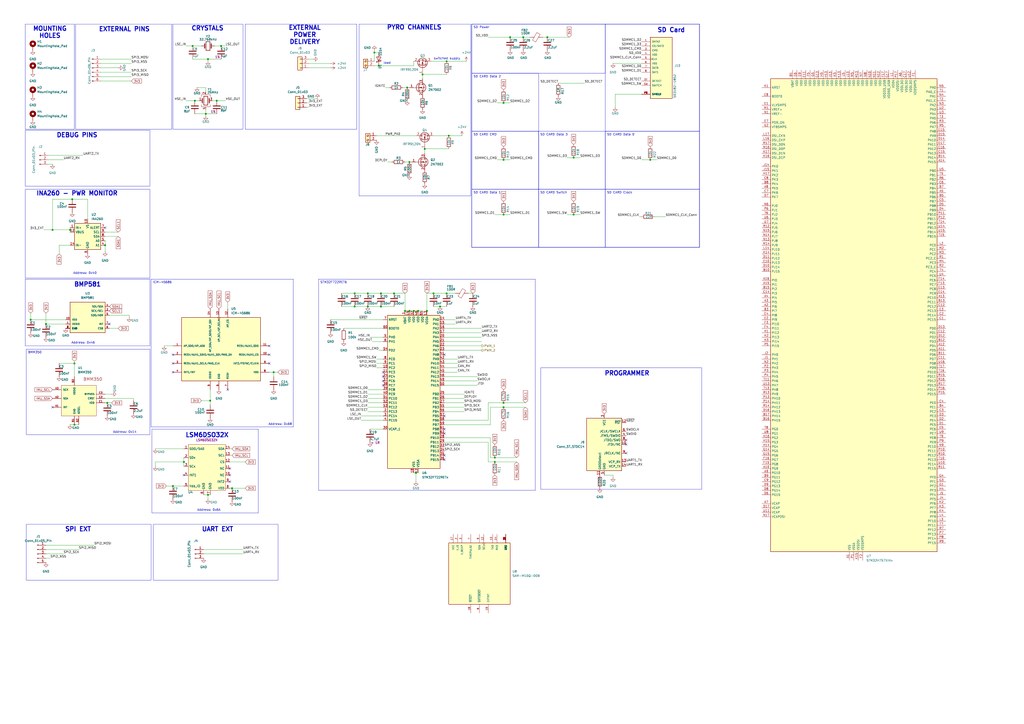
<source format=kicad_sch>
(kicad_sch (version 20250114) (generator "eeschema") (generator_version "9.0")
  (paper "A2")
  (title_block (title "Flight Computer") (company "Cristea Teodor - Andrei"))
  (lib_symbols
    (symbol "2025-05-16_08-10-16:BMM350" (pin_names (offset 1.016))
      (property "Reference" "U" (at 0 0 0))
      (property "Value" "BMM350" (at 0 0 0))
      (symbol "BMM350_0_0"
        (text "BMM350" (at 5.08 10.16 0) (effects (font (size 1.778 1.778)) (justify left bottom)))
        (pin bidirectional line (at -12.7 5.08 0) (length 5.08) (name "SCK") (number "A3"))
        (pin bidirectional line (at -12.7 0 0) (length 5.08) (name "SDA") (number "A2"))
        (pin bidirectional line (at -12.7 -5.08 0) (length 5.08) (name "INT") (number "A1"))
        (pin bidirectional line (at 0 12.7 270) (length 5.08) (name "VDDIO") (number "B3"))
        (pin bidirectional line (at 0 -15.24 90) (length 5.08) (name "GND") (number "B1"))
        (pin bidirectional line (at 2.54 -15.24 90) (length 5.08) (name "ADSEL") (number "B2"))
        (pin bidirectional line (at 17.78 2.54 180) (length 5.08) (name "BYPASS") (number "C3"))
        (pin bidirectional line (at 17.78 0 180) (length 5.08) (name "CRST") (number "C2"))
        (pin bidirectional line (at 17.78 -2.54 180) (length 5.08) (name "VDD") (number "C1"))
      )
    )
    (symbol "BMP581:BMP581" (pin_names (offset 1.016))
      (property "Reference" "U" (at -10.16 10.414 0))
      (property "Value" "BMP581" (at -10.16 -10.16 0))
      (symbol "BMP581_0_0"
        (pin power_in line (at -12.7 0 0) (length 2.54) (name "VDD") (number "10"))
        (pin power_in line (at -12.7 -2.54 0) (length 2.54) (name "VDDIO") (number "1"))
        (pin power_in line (at -12.7 -5.08 0) (length 2.54) (name "GND") (number "3"))
        (pin power_in line (at -12.7 -5.08 0) (length 2.54) (name "GND") (number "8"))
        (pin power_in line (at -12.7 -5.08 0) (length 2.54) (name "GND") (number "9"))
        (pin bidirectional line (at 12.7 7.62 180) (length 2.54) (name "SDI/SDA") (number "4"))
        (pin bidirectional line (at 12.7 5.08 180) (length 2.54) (name "SCK/SCL") (number "2"))
        (pin bidirectional line (at 12.7 2.54 180) (length 2.54) (name "SDO/ADR") (number "5"))
        (pin output line (at 12.7 -2.54 180) (length 2.54) (name "INT") (number "7"))
        (pin input line (at 12.7 -5.08 180) (length 2.54) (name "CSB") (number "6"))
      )
    )
    (symbol "Connector:Conn_01x03_Pin" (pin_names (offset 1.016) (hide yes))
      (property "Reference" "J" (at 0 5.08 0))
      (property "Value" "Conn_01x03_Pin" (at 0 -5.08 0))
      (symbol "Conn_01x03_Pin_1_1"
        (pin passive line (at 5.08 2.54 180) (length 3.81) (name "Pin_1") (number "1"))
        (pin passive line (at 5.08 0 180) (length 3.81) (name "Pin_2") (number "2"))
        (pin passive line (at 5.08 -2.54 180) (length 3.81) (name "Pin_3") (number "3"))
      )
    )
    (symbol "Connector:Conn_01x05_Pin" (pin_names (offset 1.016) (hide yes))
      (property "Reference" "J" (at 0 7.62 0))
      (property "Value" "Conn_01x05_Pin" (at 0 -7.62 0))
      (symbol "Conn_01x05_Pin_1_1"
        (pin passive line (at 5.08 5.08 180) (length 3.81) (name "Pin_1") (number "1"))
        (pin passive line (at 5.08 2.54 180) (length 3.81) (name "Pin_2") (number "2"))
        (pin passive line (at 5.08 0 180) (length 3.81) (name "Pin_3") (number "3"))
        (pin passive line (at 5.08 -2.54 180) (length 3.81) (name "Pin_4") (number "4"))
        (pin passive line (at 5.08 -5.08 180) (length 3.81) (name "Pin_5") (number "5"))
      )
    )
    (symbol "Connector:Conn_01x06_Pin" (pin_names (offset 1.016) (hide yes))
      (property "Reference" "J" (at 0 7.62 0))
      (property "Value" "Conn_01x06_Pin" (at 0 -10.16 0))
      (symbol "Conn_01x06_Pin_1_1"
        (pin passive line (at 5.08 5.08 180) (length 3.81) (name "Pin_1") (number "1"))
        (pin passive line (at 5.08 2.54 180) (length 3.81) (name "Pin_2") (number "2"))
        (pin passive line (at 5.08 0 180) (length 3.81) (name "Pin_3") (number "3"))
        (pin passive line (at 5.08 -2.54 180) (length 3.81) (name "Pin_4") (number "4"))
        (pin passive line (at 5.08 -5.08 180) (length 3.81) (name "Pin_5") (number "5"))
        (pin passive line (at 5.08 -7.62 180) (length 3.81) (name "Pin_6") (number "6"))
      )
    )
    (symbol "Connector:Conn_ST_STDC14"
      (property "Reference" "J" (at -8.89 16.51 0))
      (property "Value" "Conn_ST_STDC14" (at 17.78 16.51 0))
      (symbol "Conn_ST_STDC14_1_1"
        (pin no_connect line (at -10.16 5.08 0) (length 2.54) (hide yes) (name "NC") (number "1"))
        (pin no_connect line (at -10.16 2.54 0) (length 2.54) (hide yes) (name "NC") (number "2"))
        (pin passive line (at -2.54 -17.78 90) (length 2.54) (name "GNDDetect") (number "11"))
        (pin power_in line (at 0 17.78 270) (length 2.54) (name "VCC") (number "3"))
        (pin power_in line (at 0 -17.78 90) (length 2.54) (name "GND") (number "5"))
        (pin passive line (at 0 -17.78 90) (length 2.54) (hide yes) (name "GND") (number "7"))
        (pin open_collector line (at 12.7 12.7 180) (length 2.54) (name "~{RST}") (number "12"))
        (pin output line (at 12.7 7.62 180) (length 2.54) (name "JCLK/SWCLK") (number "6"))
        (pin bidirectional line (at 12.7 5.08 180) (length 2.54) (name "JTMS/SWDIO") (number "4"))
        (pin input line (at 12.7 2.54 180) (length 2.54) (name "JTDO/SWO") (number "8"))
        (pin output line (at 12.7 0 180) (length 2.54) (name "JTDI/NC") (number "10"))
        (pin input line (at 12.7 -5.08 180) (length 2.54) (name "JRCLK/NC") (number "9"))
        (pin output line (at 12.7 -10.16 180) (length 2.54) (name "VCP_RX") (number "13"))
        (pin input line (at 12.7 -12.7 180) (length 2.54) (name "VCP_TX") (number "14"))
      )
    )
    (symbol "Connector:Screw_Terminal_01x02" (pin_names (offset 1.016) (hide yes))
      (property "Reference" "J" (at 0 2.54 0))
      (property "Value" "Screw_Terminal_01x02" (at 0 -5.08 0))
      (symbol "Screw_Terminal_01x02_1_1"
        (pin passive line (at -5.08 0 0) (length 3.81) (name "Pin_1") (number "1"))
        (pin passive line (at -5.08 -2.54 0) (length 3.81) (name "Pin_2") (number "2"))
      )
    )
    (symbol "Connector_Generic:Conn_01x03" (pin_names (offset 1.016) (hide yes))
      (property "Reference" "J" (at 0 5.08 0))
      (property "Value" "Conn_01x03" (at 0 -5.08 0))
      (symbol "Conn_01x03_1_1"
        (pin passive line (at -5.08 2.54 0) (length 3.81) (name "Pin_1") (number "1"))
        (pin passive line (at -5.08 0 0) (length 3.81) (name "Pin_2") (number "2"))
        (pin passive line (at -5.08 -2.54 0) (length 3.81) (name "Pin_3") (number "3"))
      )
    )
    (symbol "Device:C" (pin_numbers (hide yes)) (pin_names (offset 0.254))
      (property "Reference" "C" (at 0.635 2.54 0))
      (property "Value" "C" (at 0.635 -2.54 0))
      (symbol "C_1_1"
        (pin passive line (at 0 3.81 270) (length 2.794) (name "~") (number "1"))
        (pin passive line (at 0 -3.81 90) (length 2.794) (name "~") (number "2"))
      )
    )
    (symbol "Device:Crystal" (pin_numbers (hide yes)) (pin_names (offset 1.016) (hide yes))
      (property "Reference" "Y" (at 0 3.81 0))
      (property "Value" "Crystal" (at 0 -3.81 0))
      (symbol "Crystal_1_1"
        (pin passive line (at -3.81 0 0) (length 1.27) (name "1") (number "1"))
        (pin passive line (at 3.81 0 180) (length 1.27) (name "2") (number "2"))
      )
    )
    (symbol "Device:Crystal_GND24" (pin_names (offset 1.016) (hide yes))
      (property "Reference" "Y" (at 3.175 5.08 0))
      (property "Value" "Crystal_GND24" (at 3.175 3.175 0))
      (symbol "Crystal_GND24_1_1"
        (pin passive line (at -3.81 0 0) (length 1.27) (name "1") (number "1"))
        (pin passive line (at 0 5.08 270) (length 1.27) (name "2") (number "2"))
        (pin passive line (at 0 -5.08 90) (length 1.27) (name "4") (number "4"))
        (pin passive line (at 3.81 0 180) (length 1.27) (name "3") (number "3"))
      )
    )
    (symbol "Device:D_Schottky" (pin_numbers (hide yes)) (pin_names (offset 1.016) (hide yes))
      (property "Reference" "D" (at 0 2.54 0))
      (property "Value" "D_Schottky" (at 0 -2.54 0))
      (symbol "D_Schottky_1_1"
        (pin passive line (at -3.81 0 0) (length 2.54) (name "K") (number "1"))
        (pin passive line (at 3.81 0 180) (length 2.54) (name "A") (number "2"))
      )
    )
    (symbol "Device:FerriteBead" (pin_numbers (hide yes)) (pin_names (offset 0))
      (property "Reference" "FB" (at -3.81 0.635 90))
      (property "Value" "FerriteBead" (at 3.81 0 90))
      (symbol "FerriteBead_1_1"
        (pin passive line (at 0 3.81 270) (length 2.54) (name "~") (number "1"))
        (pin passive line (at 0 -3.81 90) (length 2.54) (name "~") (number "2"))
      )
    )
    (symbol "Device:R" (pin_numbers (hide yes)) (pin_names (offset 0))
      (property "Reference" "R" (at 2.032 0 90))
      (property "Value" "R" (at 0 0 90))
      (symbol "R_1_1"
        (pin passive line (at 0 3.81 270) (length 1.27) (name "~") (number "1"))
        (pin passive line (at 0 -3.81 90) (length 1.27) (name "~") (number "2"))
      )
    )
    (symbol "GND_3" (power) (pin_numbers (hide yes)) (pin_names (offset 0) (hide yes))
      (property "Value" "GND" (at 0 -3.81 0))
      (symbol "GND_3_1_1"
        (pin power_in line (at 0 0 270) (length 0) (name "~") (number "1"))
      )
    )
    (symbol "GND_4" (power) (pin_numbers (hide yes)) (pin_names (offset 0) (hide yes))
      (property "Value" "GND" (at 0 -3.81 0))
      (symbol "GND_4_1_1"
        (pin power_in line (at 0 0 270) (length 0) (name "~") (number "1"))
      )
    )
    (symbol "ICM-45686:ICM-45686" (pin_names (offset 1.016))
      (property "Reference" "U" (at -40.64 41.402 0))
      (property "Value" "ICM-45686" (at -40.64 -41.402 0))
      (symbol "ICM-45686_0_0"
        (pin bidirectional line (at -58.42 1.27 0) (length 5.08) (name "AP_SDO/AP_AD0") (number "1"))
        (pin bidirectional line (at -58.42 -3.81 0) (length 5.08) (name "RESV/AUX1_SDIO/AUX1_SDI/MAS_DA") (number "2"))
        (pin bidirectional line (at -58.42 -8.89 0) (length 5.08) (name "RESV/AUX1_SCLK/MAS_CLK") (number "3"))
        (pin output line (at -58.42 -13.97 0) (length 5.08) (name "INT1/INT") (number "4"))
        (pin bidirectional line (at -36.83 22.86 270) (length 5.08) (name "AP_SDA/AP_SDIO/AP_SDI") (number "14"))
        (pin power_in line (at -36.83 -24.13 90) (length 5.08) (name "VDDIO") (number "5"))
        (pin input clock (at -31.75 22.86 270) (length 5.08) (name "AP_SCL/AP_SCLK") (number "13"))
        (pin power_in line (at -31.75 -24.13 90) (length 5.08) (name "GND") (number "6"))
        (pin input line (at -26.67 22.86 270) (length 5.08) (name "AP_CS") (number "12"))
        (pin passive line (at -26.67 -24.13 90) (length 5.08) (name "RESV") (number "7"))
        (pin output line (at -2.54 1.27 180) (length 5.08) (name "RESV/AUX1_SDO") (number "11"))
        (pin input line (at -2.54 -3.81 180) (length 5.08) (name "RESV/AUX1_CS") (number "10"))
        (pin bidirectional line (at -2.54 -8.89 180) (length 5.08) (name "INT2/FSYNC/CLKIN") (number "9"))
        (pin power_in line (at -2.54 -13.97 180) (length 5.08) (name "VDD") (number "8"))
      )
    )
    (symbol "LSM6DSO32X:LSM6DSO32X"
      (property "Reference" "U" (at 0 0 0))
      (symbol "LSM6DSO32X_1_1"
        (pin bidirectional line (at -12.7 -3.81 0) (length 2.54) (name "SDO/SA0") (number "1"))
        (pin bidirectional line (at -12.7 -8.89 0) (length 2.54) (name "SDx") (number "2"))
        (pin bidirectional line (at -12.7 -13.97 0) (length 2.54) (name "SCx") (number "3"))
        (pin bidirectional line (at -12.7 -19.05 0) (length 2.54) (name "INT1") (number "4"))
        (pin bidirectional line (at -12.7 -25.4 0) (length 2.54) (name "Vdd_IO") (number "5"))
        (pin bidirectional line (at -1.27 -30.48 90) (length 2.54) (name "GND") (number "6"))
        (pin bidirectional line (at 2.54 -30.48 90) (length 2.54) (name "GND") (number "7"))
        (pin bidirectional line (at 13.97 -3.81 180) (length 2.54) (name "SDA") (number "14"))
        (pin bidirectional line (at 13.97 -7.62 180) (length 2.54) (name "SCL") (number "13"))
        (pin bidirectional line (at 13.97 -11.43 180) (length 2.54) (name "CS") (number "12"))
        (pin bidirectional line (at 13.97 -15.24 180) (length 2.54) (name "NC") (number "11"))
        (pin bidirectional line (at 13.97 -19.05 180) (length 2.54) (name "NC") (number "10"))
        (pin bidirectional line (at 13.97 -22.86 180) (length 2.54) (name "INT2") (number "9"))
        (pin bidirectional line (at 13.97 -26.67 180) (length 2.54) (name "VDD") (number "8"))
      )
    )
    (symbol "MCU_ST_STM32F7:STM32F722RETx"
      (property "Reference" "U" (at -15.24 46.99 0))
      (property "Value" "STM32F722RETx" (at 10.16 46.99 0))
      (symbol "STM32F722RETx_1_1"
        (pin input line (at -17.78 43.18 0) (length 2.54) (name "NRST") (number "7"))
        (pin input line (at -17.78 38.1 0) (length 2.54) (name "BOOT0") (number "60"))
        (pin bidirectional line (at -17.78 33.02 0) (length 2.54) (name "PH0") (number "5"))
        (pin bidirectional line (at -17.78 30.48 0) (length 2.54) (name "PH1") (number "6"))
        (pin bidirectional line (at -17.78 25.4 0) (length 2.54) (name "PD2") (number "54"))
        (pin bidirectional line (at -17.78 20.32 0) (length 2.54) (name "PC0") (number "8"))
        (pin bidirectional line (at -17.78 17.78 0) (length 2.54) (name "PC1") (number "9"))
        (pin bidirectional line (at -17.78 15.24 0) (length 2.54) (name "PC2") (number "10"))
        (pin bidirectional line (at -17.78 12.7 0) (length 2.54) (name "PC3") (number "11"))
        (pin bidirectional line (at -17.78 10.16 0) (length 2.54) (name "PC4") (number "24"))
        (pin bidirectional line (at -17.78 7.62 0) (length 2.54) (name "PC6") (number "37"))
        (pin bidirectional line (at -17.78 5.08 0) (length 2.54) (name "PC7") (number "38"))
        (pin bidirectional line (at -17.78 2.54 0) (length 2.54) (name "PC8") (number "39"))
        (pin bidirectional line (at -17.78 0 0) (length 2.54) (name "PC9") (number "40"))
        (pin bidirectional line (at -17.78 -2.54 0) (length 2.54) (name "PC10") (number "51"))
        (pin bidirectional line (at -17.78 -5.08 0) (length 2.54) (name "PC11") (number "52"))
        (pin bidirectional line (at -17.78 -7.62 0) (length 2.54) (name "PC12") (number "53"))
        (pin bidirectional line (at -17.78 -10.16 0) (length 2.54) (name "PC13") (number "2"))
        (pin bidirectional line (at -17.78 -12.7 0) (length 2.54) (name "PC14") (number "3"))
        (pin bidirectional line (at -17.78 -15.24 0) (length 2.54) (name "PC15") (number "4"))
        (pin power_out line (at -17.78 -20.32 0) (length 2.54) (name "VCAP_1") (number "30"))
        (pin power_in line (at -5.08 48.26 270) (length 2.54) (name "VBAT") (number "1"))
        (pin power_in line (at -2.54 48.26 270) (length 2.54) (name "VDD") (number "19"))
        (pin power_in line (at 0 48.26 270) (length 2.54) (name "VDD") (number "32"))
        (pin power_in line (at 0 -45.72 90) (length 2.54) (name "VSS") (number "18"))
        (pin passive line (at 0 -45.72 90) (length 2.54) (hide yes) (name "VSS") (number "31"))
        (pin passive line (at 0 -45.72 90) (length 2.54) (hide yes) (name "VSS") (number "47"))
        (pin passive line (at 0 -45.72 90) (length 2.54) (hide yes) (name "VSS") (number "63"))
        (pin power_in line (at 2.54 48.26 270) (length 2.54) (name "VDD") (number "48"))
        (pin power_in line (at 2.54 -45.72 90) (length 2.54) (name "VSSA") (number "12"))
        (pin power_in line (at 5.08 48.26 270) (length 2.54) (name "VDD") (number "64"))
        (pin power_in line (at 7.62 48.26 270) (length 2.54) (name "VDDA") (number "13"))
        (pin bidirectional line (at 17.78 43.18 180) (length 2.54) (name "PA0") (number "14"))
        (pin bidirectional line (at 17.78 40.64 180) (length 2.54) (name "PA1") (number "15"))
        (pin bidirectional line (at 17.78 38.1 180) (length 2.54) (name "PA2") (number "16"))
        (pin bidirectional line (at 17.78 35.56 180) (length 2.54) (name "PA3") (number "17"))
        (pin bidirectional line (at 17.78 33.02 180) (length 2.54) (name "PA4") (number "20"))
        (pin bidirectional line (at 17.78 30.48 180) (length 2.54) (name "PA5") (number "21"))
        (pin bidirectional line (at 17.78 27.94 180) (length 2.54) (name "PA6") (number "22"))
        (pin bidirectional line (at 17.78 25.4 180) (length 2.54) (name "PA7") (number "23"))
        (pin bidirectional line (at 17.78 22.86 180) (length 2.54) (name "PA8") (number "41"))
        (pin bidirectional line (at 17.78 20.32 180) (length 2.54) (name "PA9") (number "42"))
        (pin bidirectional line (at 17.78 17.78 180) (length 2.54) (name "PA10") (number "43"))
        (pin bidirectional line (at 17.78 15.24 180) (length 2.54) (name "PA11") (number "44"))
        (pin bidirectional line (at 17.78 12.7 180) (length 2.54) (name "PA12") (number "45"))
        (pin bidirectional line (at 17.78 10.16 180) (length 2.54) (name "PA13") (number "46"))
        (pin bidirectional line (at 17.78 7.62 180) (length 2.54) (name "PA14") (number "49"))
        (pin bidirectional line (at 17.78 5.08 180) (length 2.54) (name "PA15") (number "50"))
        (pin bidirectional line (at 17.78 0 180) (length 2.54) (name "PB0") (number "25"))
        (pin bidirectional line (at 17.78 -2.54 180) (length 2.54) (name "PB1") (number "26"))
        (pin bidirectional line (at 17.78 -5.08 180) (length 2.54) (name "PB2") (number "27"))
        (pin bidirectional line (at 17.78 -7.62 180) (length 2.54) (name "PB3") (number "55"))
        (pin bidirectional line (at 17.78 -10.16 180) (length 2.54) (name "PB4") (number "56"))
        (pin bidirectional line (at 17.78 -12.7 180) (length 2.54) (name "PB5") (number "57"))
        (pin bidirectional line (at 17.78 -15.24 180) (length 2.54) (name "PB6") (number "58"))
        (pin bidirectional line (at 17.78 -17.78 180) (length 2.54) (name "PB7") (number "59"))
        (pin bidirectional line (at 17.78 -20.32 180) (length 2.54) (name "PB8") (number "61"))
        (pin bidirectional line (at 17.78 -22.86 180) (length 2.54) (name "PB9") (number "62"))
        (pin bidirectional line (at 17.78 -25.4 180) (length 2.54) (name "PB10") (number "28"))
        (pin bidirectional line (at 17.78 -27.94 180) (length 2.54) (name "PB11") (number "29"))
        (pin bidirectional line (at 17.78 -30.48 180) (length 2.54) (name "PB12") (number "33"))
        (pin bidirectional line (at 17.78 -33.02 180) (length 2.54) (name "PB13") (number "34"))
        (pin bidirectional line (at 17.78 -35.56 180) (length 2.54) (name "PB14") (number "35"))
        (pin bidirectional line (at 17.78 -38.1 180) (length 2.54) (name "PB15") (number "36"))
      )
    )
    (symbol "MCU_ST_STM32H7:STM32H757XIHx"
      (property "Reference" "U" (at -48.26 138.43 0))
      (property "Value" "STM32H757XIHx" (at 38.1 138.43 0))
      (symbol "STM32H757XIHx_1_1"
        (pin input line (at -53.34 132.08 0) (length 5.08) (name "NRST") (number "K1"))
        (pin input line (at -53.34 127 0) (length 5.08) (name "BOOT0") (number "E8"))
        (pin power_in line (at -53.34 121.92 0) (length 5.08) (name "VLXSMPS") (number "E1"))
        (pin input line (at -53.34 119.38 0) (length 5.08) (name "VREF+") (number "M1"))
        (pin input line (at -53.34 116.84 0) (length 5.08) (name "VREF-") (number "N1"))
        (pin input line (at -53.34 111.76 0) (length 5.08) (name "PDR_ON") (number "E7"))
        (pin input line (at -53.34 109.22 0) (length 5.08) (name "VFBSMPS") (number "G2"))
        (pin bidirectional line (at -53.34 104.14 0) (length 5.08) (name "DSI_CKN") (number "L17"))
        (pin bidirectional line (at -53.34 101.6 0) (length 5.08) (name "DSI_CKP") (number "L16"))
        (pin bidirectional line (at -53.34 99.06 0) (length 5.08) (name "DSI_D0N") (number "M17"))
        (pin bidirectional line (at -53.34 96.52 0) (length 5.08) (name "DSI_D0P") (number "M16"))
        (pin bidirectional line (at -53.34 93.98 0) (length 5.08) (name "DSI_D1N") (number "K17"))
        (pin bidirectional line (at -53.34 91.44 0) (length 5.08) (name "DSI_D1P") (number "K16"))
        (pin bidirectional line (at -53.34 86.36 0) (length 5.08) (name "PK0") (number "J14"))
        (pin bidirectional line (at -53.34 83.82 0) (length 5.08) (name "PK1") (number "J15"))
        (pin bidirectional line (at -53.34 81.28 0) (length 5.08) (name "PK2") (number "H17"))
        (pin bidirectional line (at -53.34 78.74 0) (length 5.08) (name "PK3") (number "C8"))
        (pin bidirectional line (at -53.34 76.2 0) (length 5.08) (name "PK4") (number "B8"))
        (pin bidirectional line (at -53.34 73.66 0) (length 5.08) (name "PK5") (number "A8"))
        (pin bidirectional line (at -53.34 71.12 0) (length 5.08) (name "PK6") (number "C7"))
        (pin bidirectional line (at -53.34 68.58 0) (length 5.08) (name "PK7") (number "D7"))
        (pin bidirectional line (at -53.34 63.5 0) (length 5.08) (name "PJ0") (number "N6"))
        (pin bidirectional line (at -53.34 60.96 0) (length 5.08) (name "PJ1") (number "P6"))
        (pin bidirectional line (at -53.34 58.42 0) (length 5.08) (name "PJ2") (number "T6"))
        (pin bidirectional line (at -53.34 55.88 0) (length 5.08) (name "PJ3") (number "U6"))
        (pin bidirectional line (at -53.34 53.34 0) (length 5.08) (name "PJ4") (number "U7"))
        (pin bidirectional line (at -53.34 50.8 0) (length 5.08) (name "PJ5") (number "R12"))
        (pin bidirectional line (at -53.34 48.26 0) (length 5.08) (name "PJ6") (number "N15"))
        (pin bidirectional line (at -53.34 45.72 0) (length 5.08) (name "PJ7") (number "N14"))
        (pin bidirectional line (at -53.34 43.18 0) (length 5.08) (name "PJ8") (number "N13"))
        (pin bidirectional line (at -53.34 40.64 0) (length 5.08) (name "PJ9") (number "M14"))
        (pin bidirectional line (at -53.34 38.1 0) (length 5.08) (name "PJ10") (number "L14"))
        (pin bidirectional line (at -53.34 35.56 0) (length 5.08) (name "PJ11") (number "K14"))
        (pin bidirectional line (at -53.34 33.02 0) (length 5.08) (name "PJ12") (number "D11"))
        (pin bidirectional line (at -53.34 30.48 0) (length 5.08) (name "PJ13") (number "E10"))
        (pin bidirectional line (at -53.34 27.94 0) (length 5.08) (name "PJ14") (number "D10"))
        (pin bidirectional line (at -53.34 25.4 0) (length 5.08) (name "PJ15") (number "B10"))
        (pin bidirectional line (at -53.34 20.32 0) (length 5.08) (name "PI0") (number "A16"))
        (pin bidirectional line (at -53.34 17.78 0) (length 5.08) (name "PI1") (number "A15"))
        (pin bidirectional line (at -53.34 15.24 0) (length 5.08) (name "PI2") (number "B15"))
        (pin bidirectional line (at -53.34 12.7 0) (length 5.08) (name "PI3") (number "C14"))
        (pin bidirectional line (at -53.34 10.16 0) (length 5.08) (name "PI4") (number "A4"))
        (pin bidirectional line (at -53.34 7.62 0) (length 5.08) (name "PI5") (number "A3"))
        (pin bidirectional line (at -53.34 5.08 0) (length 5.08) (name "PI6") (number "A2"))
        (pin bidirectional line (at -53.34 2.54 0) (length 5.08) (name "PI7") (number "B3"))
        (pin bidirectional line (at -53.34 0 0) (length 5.08) (name "PI8") (number "E4"))
        (pin bidirectional line (at -53.34 -2.54 0) (length 5.08) (name "PI9") (number "E2"))
        (pin bidirectional line (at -53.34 -5.08 0) (length 5.08) (name "PI10") (number "F3"))
        (pin bidirectional line (at -53.34 -7.62 0) (length 5.08) (name "PI11") (number "F4"))
        (pin bidirectional line (at -53.34 -10.16 0) (length 5.08) (name "PI12") (number "H1"))
        (pin bidirectional line (at -53.34 -12.7 0) (length 5.08) (name "PI13") (number "H2"))
        (pin bidirectional line (at -53.34 -15.24 0) (length 5.08) (name "PI14") (number "H3"))
        (pin bidirectional line (at -53.34 -17.78 0) (length 5.08) (name "PI15") (number "P5"))
        (pin bidirectional line (at -53.34 -22.86 0) (length 5.08) (name "PH0") (number "J2"))
        (pin bidirectional line (at -53.34 -25.4 0) (length 5.08) (name "PH1") (number "J1"))
        (pin bidirectional line (at -53.34 -27.94 0) (length 5.08) (name "PH2") (number "N2"))
        (pin bidirectional line (at -53.34 -30.48 0) (length 5.08) (name "PH3") (number "P2"))
        (pin bidirectional line (at -53.34 -33.02 0) (length 5.08) (name "PH4") (number "P3"))
        (pin bidirectional line (at -53.34 -35.56 0) (length 5.08) (name "PH5") (number "P4"))
        (pin bidirectional line (at -53.34 -38.1 0) (length 5.08) (name "PH6") (number "T11"))
        (pin bidirectional line (at -53.34 -40.64 0) (length 5.08) (name "PH7") (number "U13"))
        (pin bidirectional line (at -53.34 -43.18 0) (length 5.08) (name "PH8") (number "T13"))
        (pin bidirectional line (at -53.34 -45.72 0) (length 5.08) (name "PH9") (number "R13"))
        (pin bidirectional line (at -53.34 -48.26 0) (length 5.08) (name "PH10") (number "P13"))
        (pin bidirectional line (at -53.34 -50.8 0) (length 5.08) (name "PH11") (number "P14"))
        (pin bidirectional line (at -53.34 -53.34 0) (length 5.08) (name "PH12") (number "R14"))
        (pin bidirectional line (at -53.34 -55.88 0) (length 5.08) (name "PH13") (number "D16"))
        (pin bidirectional line (at -53.34 -58.42 0) (length 5.08) (name "PH14") (number "B17"))
        (pin bidirectional line (at -53.34 -60.96 0) (length 5.08) (name "PH15") (number "B16"))
        (pin bidirectional line (at -53.34 -66.04 0) (length 5.08) (name "PG0") (number "T8"))
        (pin bidirectional line (at -53.34 -68.58 0) (length 5.08) (name "PG1") (number "U8"))
        (pin bidirectional line (at -53.34 -71.12 0) (length 5.08) (name "PG2") (number "H16"))
        (pin bidirectional line (at -53.34 -73.66 0) (length 5.08) (name "PG3") (number "H15"))
        (pin bidirectional line (at -53.34 -76.2 0) (length 5.08) (name "PG4") (number "H14"))
        (pin bidirectional line (at -53.34 -78.74 0) (length 5.08) (name "PG5") (number "G14"))
        (pin bidirectional line (at -53.34 -81.28 0) (length 5.08) (name "PG6") (number "G15"))
        (pin bidirectional line (at -53.34 -83.82 0) (length 5.08) (name "PG7") (number "F16"))
        (pin bidirectional line (at -53.34 -86.36 0) (length 5.08) (name "PG8") (number "F15"))
        (pin bidirectional line (at -53.34 -88.9 0) (length 5.08) (name "PG9") (number "A10"))
        (pin bidirectional line (at -53.34 -91.44 0) (length 5.08) (name "PG10") (number "A9"))
        (pin bidirectional line (at -53.34 -93.98 0) (length 5.08) (name "PG11") (number "B9"))
        (pin bidirectional line (at -53.34 -96.52 0) (length 5.08) (name "PG12") (number "C9"))
        (pin bidirectional line (at -53.34 -99.06 0) (length 5.08) (name "PG13") (number "D9"))
        (pin bidirectional line (at -53.34 -101.6 0) (length 5.08) (name "PG14") (number "D8"))
        (pin bidirectional line (at -53.34 -104.14 0) (length 5.08) (name "PG15") (number "D6"))
        (pin power_out line (at -53.34 -109.22 0) (length 5.08) (name "VCAP") (number "A7"))
        (pin power_out line (at -53.34 -111.76 0) (length 5.08) (name "VCAP") (number "D17"))
        (pin power_out line (at -53.34 -114.3 0) (length 5.08) (name "VCAP") (number "U11"))
        (pin power_out line (at -53.34 -116.84 0) (length 5.08) (name "VCAPDSI") (number "N17"))
        (pin power_in line (at -35.56 142.24 270) (length 5.08) (name "VBAT") (number "B1"))
        (pin power_in line (at -33.02 142.24 270) (length 5.08) (name "VDD") (number "E6"))
        (pin power_in line (at -30.48 142.24 270) (length 5.08) (name "VDD") (number "E9"))
        (pin power_in line (at -27.94 142.24 270) (length 5.08) (name "VDD") (number "E11"))
        (pin power_in line (at -25.4 142.24 270) (length 5.08) (name "VDD") (number "F5"))
        (pin power_in line (at -22.86 142.24 270) (length 5.08) (name "VDD") (number "G5"))
        (pin power_in line (at -20.32 142.24 270) (length 5.08) (name "VDD") (number "G13"))
        (pin power_in line (at -17.78 142.24 270) (length 5.08) (name "VDD") (number "H5"))
        (pin power_in line (at -15.24 142.24 270) (length 5.08) (name "VDD") (number "H13"))
        (pin power_in line (at -12.7 142.24 270) (length 5.08) (name "VDD") (number "J13"))
        (pin power_in line (at -10.16 142.24 270) (length 5.08) (name "VDD") (number "K5"))
        (pin power_in line (at -7.62 142.24 270) (length 5.08) (name "VDD") (number "K13"))
        (pin power_in line (at -5.08 142.24 270) (length 5.08) (name "VDD") (number "L5"))
        (pin power_in line (at -2.54 142.24 270) (length 5.08) (name "VDD") (number "L13"))
        (pin power_in line (at -2.54 -142.24 90) (length 5.08) (name "VSS") (number "A1"))
        (pin passive line (at -2.54 -142.24 90) (length 5.08) (hide yes) (name "VSS") (number "A17"))
        (pin passive line (at -2.54 -142.24 90) (length 5.08) (hide yes) (name "VSS") (number "B2"))
        (pin passive line (at -2.54 -142.24 90) (length 5.08) (hide yes) (name "VSS") (number "B6"))
        (pin passive line (at -2.54 -142.24 90) (length 5.08) (hide yes) (name "VSS") (number "C10"))
        (pin passive line (at -2.54 -142.24 90) (length 5.08) (hide yes) (name "VSS") (number "C13"))
        (pin passive line (at -2.54 -142.24 90) (length 5.08) (hide yes) (name "VSS") (number "C16"))
        (pin passive line (at -2.54 -142.24 90) (length 5.08) (hide yes) (name "VSS") (number "G10"))
        (pin passive line (at -2.54 -142.24 90) (length 5.08) (hide yes) (name "VSS") (number "G11"))
        (pin passive line (at -2.54 -142.24 90) (length 5.08) (hide yes) (name "VSS") (number "G16"))
        (pin passive line (at -2.54 -142.24 90) (length 5.08) (hide yes) (name "VSS") (number "G7"))
        (pin passive line (at -2.54 -142.24 90) (length 5.08) (hide yes) (name "VSS") (number "G8"))
        (pin passive line (at -2.54 -142.24 90) (length 5.08) (hide yes) (name "VSS") (number "G9"))
        (pin passive line (at -2.54 -142.24 90) (length 5.08) (hide yes) (name "VSS") (number "H10"))
        (pin passive line (at -2.54 -142.24 90) (length 5.08) (hide yes) (name "VSS") (number "H11"))
        (pin passive line (at -2.54 -142.24 90) (length 5.08) (hide yes) (name "VSS") (number "H7"))
        (pin passive line (at -2.54 -142.24 90) (length 5.08) (hide yes) (name "VSS") (number "H8"))
        (pin passive line (at -2.54 -142.24 90) (length 5.08) (hide yes) (name "VSS") (number "H9"))
        (pin passive line (at -2.54 -142.24 90) (length 5.08) (hide yes) (name "VSS") (number "J10"))
        (pin passive line (at -2.54 -142.24 90) (length 5.08) (hide yes) (name "VSS") (number "J11"))
        (pin passive line (at -2.54 -142.24 90) (length 5.08) (hide yes) (name "VSS") (number "J16"))
        (pin passive line (at -2.54 -142.24 90) (length 5.08) (hide yes) (name "VSS") (number "J17"))
        (pin passive line (at -2.54 -142.24 90) (length 5.08) (hide yes) (name "VSS") (number "J3"))
        (pin passive line (at -2.54 -142.24 90) (length 5.08) (hide yes) (name "VSS") (number "J7"))
        (pin passive line (at -2.54 -142.24 90) (length 5.08) (hide yes) (name "VSS") (number "J8"))
        (pin passive line (at -2.54 -142.24 90) (length 5.08) (hide yes) (name "VSS") (number "J9"))
        (pin passive line (at -2.54 -142.24 90) (length 5.08) (hide yes) (name "VSS") (number "K10"))
        (pin passive line (at -2.54 -142.24 90) (length 5.08) (hide yes) (name "VSS") (number "K11"))
        (pin passive line (at -2.54 -142.24 90) (length 5.08) (hide yes) (name "VSS") (number "K7"))
        (pin passive line (at -2.54 -142.24 90) (length 5.08) (hide yes) (name "VSS") (number "K8"))
        (pin passive line (at -2.54 -142.24 90) (length 5.08) (hide yes) (name "VSS") (number "K9"))
        (pin passive line (at -2.54 -142.24 90) (length 5.08) (hide yes) (name "VSS") (number "L10"))
        (pin passive line (at -2.54 -142.24 90) (length 5.08) (hide yes) (name "VSS") (number "L11"))
        (pin passive line (at -2.54 -142.24 90) (length 5.08) (hide yes) (name "VSS") (number "L7"))
        (pin passive line (at -2.54 -142.24 90) (length 5.08) (hide yes) (name "VSS") (number "L8"))
        (pin passive line (at -2.54 -142.24 90) (length 5.08) (hide yes) (name "VSS") (number "L9"))
        (pin passive line (at -2.54 -142.24 90) (length 5.08) (hide yes) (name "VSS") (number "N16"))
        (pin passive line (at -2.54 -142.24 90) (length 5.08) (hide yes) (name "VSS") (number "R4"))
        (pin passive line (at -2.54 -142.24 90) (length 5.08) (hide yes) (name "VSS") (number "R8"))
        (pin passive line (at -2.54 -142.24 90) (length 5.08) (hide yes) (name "VSS") (number "T12"))
        (pin passive line (at -2.54 -142.24 90) (length 5.08) (hide yes) (name "VSS") (number "U1"))
        (pin passive line (at -2.54 -142.24 90) (length 5.08) (hide yes) (name "VSS") (number "U17"))
        (pin power_in line (at 0 142.24 270) (length 5.08) (name "VDD") (number "M5"))
        (pin power_in line (at 0 -142.24 90) (length 5.08) (name "VSSA") (number "P1"))
        (pin power_in line (at 2.54 142.24 270) (length 5.08) (name "VDD") (number "M13"))
        (pin power_in line (at 2.54 -142.24 90) (length 5.08) (name "VSSDSI") (number "K15"))
        (pin passive line (at 2.54 -142.24 90) (length 5.08) (hide yes) (name "VSSDSI") (number "L15"))
        (pin passive line (at 2.54 -142.24 90) (length 5.08) (hide yes) (name "VSSDSI") (number "M15"))
        (pin power_in line (at 5.08 142.24 270) (length 5.08) (name "VDD") (number "N7"))
        (pin power_in line (at 5.08 -142.24 90) (length 5.08) (name "VSSSMPS") (number "F2"))
        (pin power_in line (at 7.62 142.24 270) (length 5.08) (name "VDD") (number "N8"))
        (pin power_in line (at 10.16 142.24 270) (length 5.08) (name "VDD") (number "N10"))
        (pin power_in line (at 12.7 142.24 270) (length 5.08) (name "VDD") (number "N11"))
        (pin power_in line (at 15.24 142.24 270) (length 5.08) (name "VDD") (number "N12"))
        (pin power_in line (at 17.78 142.24 270) (length 5.08) (name "VDD33_USB") (number "F17"))
        (pin power_in line (at 20.32 142.24 270) (length 5.08) (name "VDD50_USB") (number "G17"))
        (pin power_in line (at 22.86 142.24 270) (length 5.08) (name "VDDA") (number "L1"))
        (pin power_in line (at 25.4 142.24 270) (length 5.08) (name "VDDDSI") (number "P17"))
        (pin power_in line (at 27.94 142.24 270) (length 5.08) (name "VDDLDO") (number "A6"))
        (pin power_in line (at 30.48 142.24 270) (length 5.08) (name "VDDLDO") (number "C17"))
        (pin power_in line (at 33.02 142.24 270) (length 5.08) (name "VDDLDO") (number "U12"))
        (pin power_in line (at 35.56 142.24 270) (length 5.08) (name "VDDSMPS") (number "F1"))
        (pin bidirectional line (at 53.34 132.08 180) (length 5.08) (name "PA0") (number "N5"))
        (pin bidirectional line (at 53.34 129.54 180) (length 5.08) (name "PA0_C") (number "T1"))
        (pin bidirectional line (at 53.34 127 180) (length 5.08) (name "PA1") (number "N4"))
        (pin bidirectional line (at 53.34 124.46 180) (length 5.08) (name "PA1_C") (number "T2"))
        (pin bidirectional line (at 53.34 121.92 180) (length 5.08) (name "PA2") (number "N3"))
        (pin bidirectional line (at 53.34 119.38 180) (length 5.08) (name "PA3") (number "U2"))
        (pin bidirectional line (at 53.34 116.84 180) (length 5.08) (name "PA4") (number "U3"))
        (pin bidirectional line (at 53.34 114.3 180) (length 5.08) (name "PA5") (number "T3"))
        (pin bidirectional line (at 53.34 111.76 180) (length 5.08) (name "PA6") (number "R3"))
        (pin bidirectional line (at 53.34 109.22 180) (length 5.08) (name "PA7") (number "R5"))
        (pin bidirectional line (at 53.34 106.68 180) (length 5.08) (name "PA8") (number "E15"))
        (pin bidirectional line (at 53.34 104.14 180) (length 5.08) (name "PA9") (number "D15"))
        (pin bidirectional line (at 53.34 101.6 180) (length 5.08) (name "PA10") (number "D14"))
        (pin bidirectional line (at 53.34 99.06 180) (length 5.08) (name "PA11") (number "E17"))
        (pin bidirectional line (at 53.34 96.52 180) (length 5.08) (name "PA12") (number "E16"))
        (pin bidirectional line (at 53.34 93.98 180) (length 5.08) (name "PA13") (number "C15"))
        (pin bidirectional line (at 53.34 91.44 180) (length 5.08) (name "PA14") (number "B14"))
        (pin bidirectional line (at 53.34 88.9 180) (length 5.08) (name "PA15") (number "A14"))
        (pin bidirectional line (at 53.34 83.82 180) (length 5.08) (name "PB0") (number "U5"))
        (pin bidirectional line (at 53.34 81.28 180) (length 5.08) (name "PB1") (number "T5"))
        (pin bidirectional line (at 53.34 78.74 180) (length 5.08) (name "PB2") (number "R6"))
        (pin bidirectional line (at 53.34 76.2 180) (length 5.08) (name "PB3") (number "C6"))
        (pin bidirectional line (at 53.34 73.66 180) (length 5.08) (name "PB4") (number "B7"))
        (pin bidirectional line (at 53.34 71.12 180) (length 5.08) (name "PB5") (number "A5"))
        (pin bidirectional line (at 53.34 68.58 180) (length 5.08) (name "PB6") (number "B5"))
        (pin bidirectional line (at 53.34 66.04 180) (length 5.08) (name "PB7") (number "C5"))
        (pin bidirectional line (at 53.34 63.5 180) (length 5.08) (name "PB8") (number "D5"))
        (pin bidirectional line (at 53.34 60.96 180) (length 5.08) (name "PB9") (number "D4"))
        (pin bidirectional line (at 53.34 58.42 180) (length 5.08) (name "PB10") (number "P11"))
        (pin bidirectional line (at 53.34 55.88 180) (length 5.08) (name "PB11") (number "P12"))
        (pin bidirectional line (at 53.34 53.34 180) (length 5.08) (name "PB12") (number "T14"))
        (pin bidirectional line (at 53.34 50.8 180) (length 5.08) (name "PB13") (number "U14"))
        (pin bidirectional line (at 53.34 48.26 180) (length 5.08) (name "PB14") (number "U15"))
        (pin bidirectional line (at 53.34 45.72 180) (length 5.08) (name "PB15") (number "T15"))
        (pin bidirectional line (at 53.34 40.64 180) (length 5.08) (name "PC0") (number "L2"))
        (pin bidirectional line (at 53.34 38.1 180) (length 5.08) (name "PC1") (number "M2"))
        (pin bidirectional line (at 53.34 35.56 180) (length 5.08) (name "PC2") (number "M3"))
        (pin bidirectional line (at 53.34 33.02 180) (length 5.08) (name "PC2_C") (number "R1"))
        (pin bidirectional line (at 53.34 30.48 180) (length 5.08) (name "PC3") (number "M4"))
        (pin bidirectional line (at 53.34 27.94 180) (length 5.08) (name "PC3_C") (number "R2"))
        (pin bidirectional line (at 53.34 25.4 180) (length 5.08) (name "PC4") (number "T4"))
        (pin bidirectional line (at 53.34 22.86 180) (length 5.08) (name "PC5") (number "U4"))
        (pin bidirectional line (at 53.34 20.32 180) (length 5.08) (name "PC6") (number "F14"))
        (pin bidirectional line (at 53.34 17.78 180) (length 5.08) (name "PC7") (number "F13"))
        (pin bidirectional line (at 53.34 15.24 180) (length 5.08) (name "PC8") (number "E13"))
        (pin bidirectional line (at 53.34 12.7 180) (length 5.08) (name "PC9") (number "E14"))
        (pin bidirectional line (at 53.34 10.16 180) (length 5.08) (name "PC10") (number "A13"))
        (pin bidirectional line (at 53.34 7.62 180) (length 5.08) (name "PC11") (number "B13"))
        (pin bidirectional line (at 53.34 5.08 180) (length 5.08) (name "PC12") (number "C12"))
        (pin bidirectional line (at 53.34 2.54 180) (length 5.08) (name "PC13") (number "E3"))
        (pin bidirectional line (at 53.34 0 180) (length 5.08) (name "PC14") (number "C2"))
        (pin bidirectional line (at 53.34 -2.54 180) (length 5.08) (name "PC15") (number "C1"))
        (pin bidirectional line (at 53.34 -7.62 180) (length 5.08) (name "PD0") (number "D13"))
        (pin bidirectional line (at 53.34 -10.16 180) (length 5.08) (name "PD1") (number "E12"))
        (pin bidirectional line (at 53.34 -12.7 180) (length 5.08) (name "PD2") (number "D12"))
        (pin bidirectional line (at 53.34 -15.24 180) (length 5.08) (name "PD3") (number "B12"))
        (pin bidirectional line (at 53.34 -17.78 180) (length 5.08) (name "PD4") (number "A12"))
        (pin bidirectional line (at 53.34 -20.32 180) (length 5.08) (name "PD5") (number "A11"))
        (pin bidirectional line (at 53.34 -22.86 180) (length 5.08) (name "PD6") (number "B11"))
        (pin bidirectional line (at 53.34 -25.4 180) (length 5.08) (name "PD7") (number "C11"))
        (pin bidirectional line (at 53.34 -27.94 180) (length 5.08) (name "PD8") (number "U16"))
        (pin bidirectional line (at 53.34 -30.48 180) (length 5.08) (name "PD9") (number "T17"))
        (pin bidirectional line (at 53.34 -33.02 180) (length 5.08) (name "PD10") (number "T16"))
        (pin bidirectional line (at 53.34 -35.56 180) (length 5.08) (name "PD11") (number "R15"))
        (pin bidirectional line (at 53.34 -38.1 180) (length 5.08) (name "PD12") (number "R16"))
        (pin bidirectional line (at 53.34 -40.64 180) (length 5.08) (name "PD13") (number "R17"))
        (pin bidirectional line (at 53.34 -43.18 180) (length 5.08) (name "PD14") (number "P16"))
        (pin bidirectional line (at 53.34 -45.72 180) (length 5.08) (name "PD15") (number "P15"))
        (pin bidirectional line (at 53.34 -50.8 180) (length 5.08) (name "PE0") (number "C4"))
        (pin bidirectional line (at 53.34 -53.34 180) (length 5.08) (name "PE1") (number "B4"))
        (pin bidirectional line (at 53.34 -55.88 180) (length 5.08) (name "PE2") (number "C3"))
        (pin bidirectional line (at 53.34 -58.42 180) (length 5.08) (name "PE3") (number "D3"))
        (pin bidirectional line (at 53.34 -60.96 180) (length 5.08) (name "PE4") (number "D2"))
        (pin bidirectional line (at 53.34 -63.5 180) (length 5.08) (name "PE5") (number "D1"))
        (pin bidirectional line (at 53.34 -66.04 180) (length 5.08) (name "PE6") (number "E5"))
        (pin bidirectional line (at 53.34 -68.58 180) (length 5.08) (name "PE7") (number "U9"))
        (pin bidirectional line (at 53.34 -71.12 180) (length 5.08) (name "PE8") (number "T9"))
        (pin bidirectional line (at 53.34 -73.66 180) (length 5.08) (name "PE9") (number "P9"))
        (pin bidirectional line (at 53.34 -76.2 180) (length 5.08) (name "PE10") (number "N9"))
        (pin bidirectional line (at 53.34 -78.74 180) (length 5.08) (name "PE11") (number "P10"))
        (pin bidirectional line (at 53.34 -81.28 180) (length 5.08) (name "PE12") (number "R10"))
        (pin bidirectional line (at 53.34 -83.82 180) (length 5.08) (name "PE13") (number "T10"))
        (pin bidirectional line (at 53.34 -86.36 180) (length 5.08) (name "PE14") (number "U10"))
        (pin bidirectional line (at 53.34 -88.9 180) (length 5.08) (name "PE15") (number "R11"))
        (pin bidirectional line (at 53.34 -93.98 180) (length 5.08) (name "PF0") (number "G4"))
        (pin bidirectional line (at 53.34 -96.52 180) (length 5.08) (name "PF1") (number "G3"))
        (pin bidirectional line (at 53.34 -99.06 180) (length 5.08) (name "PF2") (number "G1"))
        (pin bidirectional line (at 53.34 -101.6 180) (length 5.08) (name "PF3") (number "H4"))
        (pin bidirectional line (at 53.34 -104.14 180) (length 5.08) (name "PF4") (number "J5"))
        (pin bidirectional line (at 53.34 -106.68 180) (length 5.08) (name "PF5") (number "J4"))
        (pin bidirectional line (at 53.34 -109.22 180) (length 5.08) (name "PF6") (number "K2"))
        (pin bidirectional line (at 53.34 -111.76 180) (length 5.08) (name "PF7") (number "K3"))
        (pin bidirectional line (at 53.34 -114.3 180) (length 5.08) (name "PF8") (number "K4"))
        (pin bidirectional line (at 53.34 -116.84 180) (length 5.08) (name "PF9") (number "L4"))
        (pin bidirectional line (at 53.34 -119.38 180) (length 5.08) (name "PF10") (number "L3"))
        (pin bidirectional line (at 53.34 -121.92 180) (length 5.08) (name "PF11") (number "T7"))
        (pin bidirectional line (at 53.34 -124.46 180) (length 5.08) (name "PF12") (number "R7"))
        (pin bidirectional line (at 53.34 -127 180) (length 5.08) (name "PF13") (number "P7"))
        (pin bidirectional line (at 53.34 -129.54 180) (length 5.08) (name "PF14") (number "P8"))
        (pin bidirectional line (at 53.34 -132.08 180) (length 5.08) (name "PF15") (number "R9"))
      )
    )
    (symbol "Mechanical:MountingHole_Pad" (pin_numbers (hide yes)) (pin_names (offset 1.016) (hide yes)) (exclude_from_sim yes) (in_bom no)
      (property "Reference" "H" (at 0 6.35 0))
      (property "Value" "MountingHole_Pad" (at 0 4.445 0))
      (symbol "MountingHole_Pad_1_1"
        (pin input line (at 0 -2.54 90) (length 2.54) (name "1") (number "1"))
      )
    )
    (symbol "Molex_SD:503182-1852" (pin_names (offset 1.016))
      (property "Reference" "J" (at 0 18.3456 0))
      (property "Value" "503182-1852" (at 0 -20.895 0))
      (symbol "503182-1852_0_0"
        (pin bidirectional line (at -5.08 15.24 0) (length 5.08) (name "DATA2") (number "1"))
        (pin bidirectional line (at -5.08 12.7 0) (length 5.08) (name "CD/DAT3") (number "2"))
        (pin bidirectional line (at -5.08 10.16 0) (length 5.08) (name "CMD") (number "3"))
        (pin power_in line (at -5.08 7.62 0) (length 5.08) (name "VDD") (number "4"))
        (pin bidirectional clock (at -5.08 5.08 0) (length 5.08) (name "CLK") (number "5"))
        (pin power_in line (at -5.08 2.54 0) (length 5.08) (name "VSS") (number "6"))
        (pin bidirectional line (at -5.08 0 0) (length 5.08) (name "DAT0") (number "7"))
        (pin bidirectional line (at -5.08 -2.54 0) (length 5.08) (name "DAT1") (number "8"))
        (pin bidirectional line (at -5.08 -7.62 0) (length 5.08) (name "DETECT") (number "DT"))
        (pin bidirectional line (at -5.08 -10.16 0) (length 5.08) (name "SWITCH") (number "SW"))
        (pin passive line (at -5.08 -15.24 0) (length 5.08) (name "SHIELD") (number "P1"))
        (pin passive line (at -5.08 -15.24 0) (length 5.08) (name "SHIELD") (number "P2"))
        (pin passive line (at -5.08 -15.24 0) (length 5.08) (name "SHIELD") (number "P3"))
        (pin passive line (at -5.08 -15.24 0) (length 5.08) (name "SHIELD") (number "P4"))
        (pin passive line (at -5.08 -15.24 0) (length 5.08) (name "SHIELD") (number "P5"))
      )
    )
    (symbol "SAM-M10Q-00B:SAM-M10Q-00B" (pin_names (offset 1.016))
      (property "Reference" "U" (at -17.78 18.542 0))
      (property "Value" "SAM-M10Q-00B" (at -17.78 -20.32 0))
      (symbol "SAM-M10Q-00B_0_0"
        (pin input line (at -22.86 5.08 0) (length 5.08) (name "~{RESET}") (number "18"))
        (pin input line (at -22.86 0 0) (length 5.08) (name "~{SAFEBOOT}") (number "8"))
        (pin input line (at -22.86 -5.08 0) (length 5.08) (name "EXTINT") (number "19"))
        (pin power_in line (at 22.86 15.24 180) (length 5.08) (name "VCC") (number "17"))
        (pin power_in line (at 22.86 12.7 180) (length 5.08) (name "V_IO") (number "2"))
        (pin power_in line (at 22.86 10.16 180) (length 5.08) (name "V_BCKP") (number "3"))
        (pin output line (at 22.86 5.08 180) (length 5.08) (name "TIMEPULSE") (number "7"))
        (pin bidirectional line (at 22.86 0 180) (length 5.08) (name "SDA") (number "9"))
        (pin input clock (at 22.86 -2.54 180) (length 5.08) (name "SCL") (number "12"))
        (pin output line (at 22.86 -7.62 180) (length 5.08) (name "TXD") (number "13"))
        (pin input line (at 22.86 -10.16 180) (length 5.08) (name "RXD") (number "14"))
        (pin power_in line (at 22.86 -15.24 180) (length 5.08) (name "GND") (number "1"))
        (pin power_in line (at 22.86 -15.24 180) (length 5.08) (name "GND") (number "10"))
        (pin power_in line (at 22.86 -15.24 180) (length 5.08) (name "GND") (number "11"))
        (pin power_in line (at 22.86 -15.24 180) (length 5.08) (name "GND") (number "15"))
        (pin power_in line (at 22.86 -15.24 180) (length 5.08) (name "GND") (number "16"))
        (pin power_in line (at 22.86 -15.24 180) (length 5.08) (name "GND") (number "20"))
        (pin power_in line (at 22.86 -15.24 180) (length 5.08) (name "GND") (number "4"))
        (pin power_in line (at 22.86 -15.24 180) (length 5.08) (name "GND") (number "5"))
        (pin power_in line (at 22.86 -15.24 180) (length 5.08) (name "GND") (number "6"))
      )
    )
    (symbol "Sensor:INA260"
      (property "Reference" "U" (at -6.35 8.89 0))
      (property "Value" "INA260" (at 2.54 8.89 0))
      (symbol "INA260_1_1"
        (pin passive line (at -10.16 5.08 0) (length 2.54) (name "IN+") (number "1"))
        (pin passive line (at -10.16 5.08 0) (length 2.54) (hide yes) (name "IN+") (number "2"))
        (pin passive line (at -10.16 5.08 0) (length 2.54) (hide yes) (name "IN+") (number "3"))
        (pin passive line (at -10.16 2.54 0) (length 2.54) (name "VBUS") (number "12"))
        (pin passive line (at -10.16 -5.08 0) (length 2.54) (name "IN-") (number "14"))
        (pin passive line (at -10.16 -5.08 0) (length 2.54) (hide yes) (name "IN-") (number "15"))
        (pin passive line (at -10.16 -5.08 0) (length 2.54) (hide yes) (name "IN-") (number "16"))
        (pin power_in line (at 0 10.16 270) (length 2.54) (name "VS") (number "10"))
        (pin passive line (at 0 -10.16 90) (length 2.54) (hide yes) (name "GND") (number "11"))
        (pin power_in line (at 0 -10.16 90) (length 2.54) (name "GND") (number "6"))
        (pin no_connect line (at 2.54 -7.62 90) (length 2.54) (hide yes) (name "NC") (number "13"))
        (pin open_collector line (at 10.16 5.08 180) (length 2.54) (name "ALERT") (number "7"))
        (pin input line (at 10.16 2.54 180) (length 2.54) (name "SCL") (number "9"))
        (pin bidirectional line (at 10.16 0 180) (length 2.54) (name "SDA") (number "8"))
        (pin input line (at 10.16 -2.54 180) (length 2.54) (name "A0") (number "5"))
        (pin input line (at 10.16 -5.08 180) (length 2.54) (name "A1") (number "4"))
      )
    )
    (symbol "Transistor_FET:2N7002" (pin_names (hide yes))
      (property "Reference" "Q" (at 5.08 1.905 0))
      (property "Value" "2N7002" (at 5.08 0 0))
      (symbol "2N7002_1_1"
        (pin input line (at -5.08 0 0) (length 2.54) (name "G") (number "1"))
        (pin passive line (at 2.54 5.08 270) (length 2.54) (name "D") (number "3"))
        (pin passive line (at 2.54 -5.08 90) (length 2.54) (name "S") (number "2"))
      )
    )
    (symbol "Transistor_FET:IRF9540N" (pin_names (hide yes))
      (property "Reference" "Q" (at 5.08 1.905 0))
      (property "Value" "IRF9540N" (at 5.08 0 0))
      (symbol "IRF9540N_1_1"
        (pin input line (at -5.08 0 0) (length 2.54) (name "G") (number "1"))
        (pin passive line (at 2.54 5.08 270) (length 2.54) (name "D") (number "2"))
        (pin passive line (at 2.54 -5.08 90) (length 2.54) (name "S") (number "3"))
      )
    )
    (symbol "power:+24V" (power) (pin_numbers (hide yes)) (pin_names (offset 0) (hide yes))
      (property "Value" "+24V" (at 0 3.556 0))
      (symbol "+24V_1_1"
        (pin power_in line (at 0 0 90) (length 0) (name "~") (number "1"))
      )
    )
    (symbol "power:GND" (power) (pin_numbers (hide yes)) (pin_names (offset 0) (hide yes))
      (property "Value" "GND" (at 0 -3.81 0))
      (symbol "GND_1_1"
        (pin power_in line (at 0 0 270) (length 0) (name "~") (number "1"))
      )
    )
  )
  (rectangle (start 88.138 248.92) (end 149.86 297.561))
  (rectangle (start 14.605 109.855) (end 86.995 161.29))
  (rectangle (start 15.24 304.165) (end 87.63 336.55))
  (rectangle (start 14.605 161.925) (end 86.995 200.66))
  (rectangle (start 14.605 13.97) (end 43.18 74.93))
  (rectangle (start 273.685 13.97) (end 405.765 143.51))
  (rectangle (start 313.69 213.36) (end 407.035 283.845))
  (rectangle (start 88.9 304.165) (end 161.29 336.55))
  (rectangle (start 142.24 13.97) (end 207.01 74.93))
  (rectangle (start 208.28 13.97) (end 273.05 113.665))
  (rectangle (start 43.815 13.97) (end 99.695 74.93))
  (rectangle (start 14.605 75.565) (end 86.995 107.95))
  (rectangle (start 100.33 13.97) (end 140.97 74.93))
  (text "PYRO CHANNELS" (at 240.284 16.002 0) (effects (font (size 2.54 2.54) (thickness 0.508) (bold yes))))
  (text "Address: 0x46" (at 48.26 198.882 0) (effects (font (size 1.27 1.27))))
  (text "Address: 0x40" (at 49.276 158.496 0) (effects (font (size 1.27 1.27))))
  (text "INA260 - PWR MONITOR" (at 44.704 112.268 0) (effects (font (size 2.54 2.54) (thickness 0.508) (bold yes))))
  (text "SD Card\n" (at 389.382 17.526 0) (effects (font (size 2.54 2.54) (thickness 0.508) (bold yes))))
  (text "MOUNTING\nHOLES" (at 28.956 18.796 0) (effects (font (size 2.54 2.54) (thickness 0.508) (bold yes))))
  (text "Address: 0x68\n" (at 162.56 246.126 0) (effects (font (size 1.27 1.27))))
  (text "SPI EXT" (at 45.339 307.086 0) (effects (font (size 2.54 2.54) (thickness 0.508) (bold yes))))
  (text "Address: 0x6A" (at 121.158 295.91 0) (effects (font (size 1.27 1.27))))
  (text "EXTERNAL PINS" (at 72.136 17.018 0) (effects (font (size 2.54 2.54) (thickness 0.508) (bold yes))))
  (text "EXTERNAL\nPOWER\nDELIVERY" (at 176.784 20.32 0) (effects (font (size 2.54 2.54) (thickness 0.508) (bold yes))))
  (text "Address: 0x14" (at 72.39 250.698 0) (effects (font (size 1.27 1.27))))
  (text "LSM6DSO32X" (at 120.142 252.476 0) (effects (font (size 2.54 2.54) (thickness 0.508) (bold yes))))
  (text "PROGRAMMER" (at 363.728 216.662 0) (effects (font (size 2.54 2.54) (thickness 0.508) (bold yes))))
  (text "DEBUG PINS" (at 44.704 78.486 0) (effects (font (size 2.54 2.54) (thickness 0.508) (bold yes))))
  (text "CRYSTALS" (at 120.396 16.51 0) (effects (font (size 2.54 2.54) (thickness 0.508) (bold yes))))
  (text "UART EXT" (at 126.238 307.086 0) (effects (font (size 2.54 2.54) (thickness 0.508) (bold yes))))
  (text "load" (at 224.536 36.576 0) (effects (font (size 1.27 1.27))))
  (text "switched supply" (at 259.334 34.036 0) (effects (font (size 1.27 1.27))))
  (text "BMP581" (at 50.8 165.1 0) (effects (font (size 2.54 2.54) (thickness 0.508) (bold yes))))
  (text_box "ICM-45686" (at 87.63 161.925 0) (size 82.55 85.725) (margins 0.9525 0.9525 0.9525 0.9525) (effects (font (size 1.27 1.27)) (justify left top)))
  (text_box "SD Power" (at 273.685 13.97 0) (size 77.47 28.575) (margins 0.9525 0.9525 0.9525 0.9525) (effects (font (size 1.27 1.27)) (justify left top)))
  (text_box "SD CARD CMD" (at 273.685 76.2 0) (size 38.735 33.655) (margins 0.9525 0.9525 0.9525 0.9525) (effects (font (size 1.27 1.27)) (justify left top)))
  (text_box "SD CARD Clock" (at 351.155 109.855 0) (size 54.61 33.655) (margins 0.9525 0.9525 0.9525 0.9525) (effects (font (size 1.27 1.27)) (justify left top)))
  (text_box "STM32F722RET6" (at 184.785 161.925 0) (size 125.73 122.555) (margins 0.9525 0.9525 0.9525 0.9525) (effects (font (size 1.27 1.27)) (justify left top)))
  (text_box "BMM350" (at 15.24 202.565 0) (size 71.755 49.53) (margins 0.9525 0.9525 0.9525 0.9525) (effects (font (size 1.27 1.27)) (justify left top)))
  (text_box "SD CARD Data 0" (at 351.155 76.2 0) (size 54.61 33.655) (margins 0.9525 0.9525 0.9525 0.9525) (effects (font (size 1.27 1.27)) (justify left top)))
  (text_box "SD CARD Data 1" (at 273.685 109.855 0) (size 38.735 33.655) (margins 0.9525 0.9525 0.9525 0.9525) (effects (font (size 1.27 1.27)) (justify left top)))
  (text_box "SD CARD Data 3" (at 312.42 76.2 0) (size 38.735 33.655) (margins 0.9525 0.9525 0.9525 0.9525) (effects (font (size 1.27 1.27)) (justify left top)))
  (text_box "SD CARD Switch" (at 312.42 109.855 0) (size 38.735 33.655) (margins 0.9525 0.9525 0.9525 0.9525) (effects (font (size 1.27 1.27)) (justify left top)))
  (text_box "SD CARD Data 2" (at 273.685 42.545 0) (size 38.735 33.655) (margins 0.9525 0.9525 0.9525 0.9525) (effects (font (size 1.27 1.27)) (justify left top)))
  (text_box "" (at 351.155 13.97 0) (size 54.61 62.23) (margins 0.9525 0.9525 0.9525 0.9525) (effects (font (size 1.27 1.27)) (justify left top)))
  (junction (at 292.1 236.22))
  (junction (at 220.98 177.8))
  (junction (at 120.65 287.02))
  (junction (at 247.65 180.34))
  (junction (at 246.38 86.36))
  (junction (at 377.19 92.71))
  (junction (at 236.22 50.8))
  (junction (at 113.03 58.42))
  (junction (at 317.5 21.59))
  (junction (at 213.36 177.8))
  (junction (at 292.1 124.46))
  (junction (at 106.68 267.97))
  (junction (at 43.18 210.82))
  (junction (at 40.64 133.35))
  (junction (at 100.33 281.94))
  (junction (at 237.49 93.98))
  (junction (at 292.1 59.69))
  (junction (at 303.53 21.59))
  (junction (at 332.74 124.46))
  (junction (at 213.36 170.18))
  (junction (at 259.08 170.18))
  (junction (at 234.95 180.34))
  (junction (at 332.74 91.44))
  (junction (at 120.65 34.29))
  (junction (at 43.18 246.38))
  (junction (at 287.02 265.43))
  (junction (at 125.73 58.42))
  (junction (at 255.27 177.8))
  (junction (at 205.74 170.18))
  (junction (at 245.11 43.18))
  (junction (at 26.67 187.96))
  (junction (at 241.3 274.32))
  (junction (at 237.49 180.34))
  (junction (at 251.46 170.18))
  (junction (at 292.1 233.68))
  (junction (at 217.17 30.48))
  (junction (at 128.27 26.67))
  (junction (at 220.98 170.18))
  (junction (at 240.03 180.34))
  (junction (at 295.91 21.59))
  (junction (at 242.57 180.34))
  (junction (at 119.38 66.04))
  (junction (at 60.96 142.24))
  (junction (at 158.75 215.9))
  (junction (at 41.91 115.57))
  (junction (at 17.78 185.42))
  (junction (at 228.6 170.18))
  (junction (at 62.23 233.68))
  (junction (at 219.71 38.1))
  (junction (at 205.74 177.8))
  (junction (at 30.48 133.35))
  (junction (at 287.02 267.97))
  (junction (at 260.35 78.74))
  (junction (at 134.62 283.21))
  (junction (at 111.76 26.67))
  (junction (at 121.92 232.41))
  (junction (at 259.08 35.56))
  (junction (at 292.1 92.71))
  (no_connect (at 132.08 226.06))
  (no_connect (at 363.22 262.89))
  (no_connect (at 100.33 215.9))
  (no_connect (at 363.22 255.27))
  (no_connect (at 100.33 205.74))
  (no_connect (at 257.81 248.92))
  (no_connect (at 60.96 132.08))
  (no_connect (at 257.81 241.3))
  (no_connect (at 156.21 200.66))
  (no_connect (at 100.33 210.82))
  (no_connect (at 156.21 205.74))
  (no_connect (at 133.35 275.59))
  (no_connect (at 63.5 187.96))
  (no_connect (at 106.68 275.59))
  (no_connect (at 257.81 205.74))
  (no_connect (at 222.25 215.9))
  (no_connect (at 363.22 257.81))
  (no_connect (at 222.25 223.52))
  (no_connect (at 257.81 264.16))
  (no_connect (at 133.35 279.4))
  (no_connect (at 257.81 251.46))
  (no_connect (at 222.25 220.98))
  (no_connect (at 133.35 271.78))
  (no_connect (at 30.48 236.22))
  (no_connect (at 156.21 210.82))
  (no_connect (at 222.25 218.44))
  (no_connect (at 257.81 266.7))
  (wire (pts (xy 27.94 92.71) (xy 36.83 92.71)))
  (wire (pts (xy 134.62 283.21) (xy 142.24 283.21)))
  (wire (pts (xy 224.79 93.98) (xy 227.33 93.98)))
  (wire (pts (xy 133.35 283.21) (xy 134.62 283.21)))
  (wire (pts (xy 134.62 264.16) (xy 133.35 264.16)))
  (wire (pts (xy 119.38 50.8) (xy 119.38 53.34)))
  (wire (pts (xy 284.48 265.43) (xy 287.02 265.43)))
  (wire (pts (xy 25.4 133.35) (xy 30.48 133.35)))
  (wire (pts (xy 218.44 208.28) (xy 222.25 208.28)))
  (wire (pts (xy 283.21 233.68) (xy 292.1 233.68)))
  (wire (pts (xy 58.42 44.45) (xy 76.2 44.45)))
  (wire (pts (xy 377.19 92.71) (xy 381 92.71)))
  (wire (pts (xy 43.18 210.82) (xy 43.18 218.44)))
  (wire (pts (xy 34.29 147.32) (xy 34.29 142.24)))
  (wire (pts (xy 283.21 267.97) (xy 287.02 267.97)))
  (wire (pts (xy 106.68 265.43) (xy 106.68 267.97)))
  (wire (pts (xy 287.02 267.97) (xy 299.72 267.97)))
  (wire (pts (xy 247.65 180.34) (xy 247.65 170.18)))
  (wire (pts (xy 260.35 78.74) (xy 267.97 78.74)))
  (wire (pts (xy 279.4 195.58) (xy 257.81 195.58)))
  (wire (pts (xy 295.91 92.71) (xy 292.1 92.71)))
  (wire (pts (xy 76.2 46.99) (xy 58.42 46.99)))
  (wire (pts (xy 111.76 26.67) (xy 116.84 26.67)))
  (wire (pts (xy 330.2 21.59) (xy 317.5 21.59)))
  (wire (pts (xy 198.12 170.18) (xy 205.74 170.18)))
  (wire (pts (xy 107.95 58.42) (xy 113.03 58.42)))
  (wire (pts (xy 350.52 275.59) (xy 355.6 275.59)))
  (wire (pts (xy 116.84 232.41) (xy 121.92 232.41)))
  (wire (pts (xy 292.1 236.22) (xy 304.8 236.22)))
  (wire (pts (xy 284.48 236.22) (xy 292.1 236.22)))
  (wire (pts (xy 213.36 177.8) (xy 220.98 177.8)))
  (wire (pts (xy 237.49 180.34) (xy 240.03 180.34)))
  (wire (pts (xy 100.33 281.94) (xy 106.68 281.94)))
  (wire (pts (xy 264.16 187.96) (xy 257.81 187.96)))
  (wire (pts (xy 283.21 267.97) (xy 283.21 256.54)))
  (wire (pts (xy 118.11 318.77) (xy 140.97 318.77)))
  (wire (pts (xy 90.17 260.35) (xy 106.68 260.35)))
  (wire (pts (xy 287.02 124.46) (xy 292.1 124.46)))
  (wire (pts (xy 26.67 181.61) (xy 26.67 187.96)))
  (wire (pts (xy 283.21 21.59) (xy 295.91 21.59)))
  (wire (pts (xy 288.29 59.69) (xy 292.1 59.69)))
  (wire (pts (xy 179.07 59.69) (xy 177.8 59.69)))
  (wire (pts (xy 284.48 236.22) (xy 284.48 246.38)))
  (wire (pts (xy 213.36 228.6) (xy 222.25 228.6)))
  (wire (pts (xy 40.64 133.35) (xy 40.64 132.08)))
  (wire (pts (xy 356.87 62.23) (xy 356.87 54.61)))
  (wire (pts (xy 323.85 48.26) (xy 339.09 48.26)))
  (wire (pts (xy 50.8 127) (xy 50.8 115.57)))
  (wire (pts (xy 269.24 228.6) (xy 257.81 228.6)))
  (wire (pts (xy 257.81 208.28) (xy 265.43 208.28)))
  (wire (pts (xy 119.38 66.04) (xy 125.73 66.04)))
  (wire (pts (xy 372.11 125.73) (xy 370.84 125.73)))
  (wire (pts (xy 264.16 170.18) (xy 259.08 170.18)))
  (wire (pts (xy 279.4 198.12) (xy 257.81 198.12)))
  (wire (pts (xy 276.86 220.98) (xy 257.81 220.98)))
  (wire (pts (xy 107.95 26.67) (xy 111.76 26.67)))
  (wire (pts (xy 106.68 267.97) (xy 90.17 267.97)))
  (wire (pts (xy 198.12 177.8) (xy 205.74 177.8)))
  (wire (pts (xy 90.17 267.97) (xy 90.17 270.51)))
  (wire (pts (xy 246.38 86.36) (xy 246.38 88.9)))
  (wire (pts (xy 247.65 170.18) (xy 251.46 170.18)))
  (wire (pts (xy 240.03 38.1) (xy 240.03 35.56)))
  (wire (pts (xy 283.21 243.84) (xy 257.81 243.84)))
  (wire (pts (xy 274.32 170.18) (xy 271.78 170.18)))
  (wire (pts (xy 251.46 78.74) (xy 260.35 78.74)))
  (wire (pts (xy 191.77 39.37) (xy 179.07 39.37)))
  (wire (pts (xy 279.4 190.5) (xy 257.81 190.5)))
  (wire (pts (xy 245.11 43.18) (xy 259.08 43.18)))
  (wire (pts (xy 120.65 287.02) (xy 120.65 289.56)))
  (wire (pts (xy 43.18 246.38) (xy 45.72 246.38)))
  (wire (pts (xy 220.98 177.8) (xy 228.6 177.8)))
  (wire (pts (xy 288.29 92.71) (xy 292.1 92.71)))
  (wire (pts (xy 134.62 260.35) (xy 133.35 260.35)))
  (wire (pts (xy 240.03 180.34) (xy 242.57 180.34)))
  (wire (pts (xy 241.3 274.32) (xy 242.57 274.32)))
  (wire (pts (xy 118.11 321.31) (xy 140.97 321.31)))
  (wire (pts (xy 355.6 36.83) (xy 372.11 36.83)))
  (wire (pts (xy 215.9 198.12) (xy 222.25 198.12)))
  (wire (pts (xy 114.3 50.8) (xy 119.38 50.8)))
  (wire (pts (xy 27.94 90.17) (xy 48.26 90.17)))
  (wire (pts (xy 26.67 316.23) (xy 54.61 316.23)))
  (wire (pts (xy 219.71 203.2) (xy 222.25 203.2)))
  (wire (pts (xy 209.55 243.84) (xy 222.25 243.84)))
  (wire (pts (xy 119.38 63.5) (xy 119.38 66.04)))
  (wire (pts (xy 242.57 180.34) (xy 245.11 180.34)))
  (wire (pts (xy 30.48 133.35) (xy 40.64 133.35)))
  (wire (pts (xy 113.03 58.42) (xy 115.57 58.42)))
  (wire (pts (xy 217.17 29.21) (xy 217.17 30.48)))
  (wire (pts (xy 58.42 34.29) (xy 76.2 34.29)))
  (wire (pts (xy 63.5 182.88) (xy 74.93 182.88)))
  (wire (pts (xy 58.42 36.83) (xy 76.2 36.83)))
  (wire (pts (xy 68.58 190.5) (xy 63.5 190.5)))
  (wire (pts (xy 228.6 170.18) (xy 234.95 170.18)))
  (wire (pts (xy 379.73 125.73) (xy 386.08 125.73)))
  (wire (pts (xy 257.81 233.68) (xy 269.24 233.68)))
  (wire (pts (xy 130.81 26.67) (xy 128.27 26.67)))
  (wire (pts (xy 236.22 50.8) (xy 237.49 50.8)))
  (wire (pts (xy 214.63 248.92) (xy 222.25 248.92)))
  (wire (pts (xy 213.36 233.68) (xy 222.25 233.68)))
  (wire (pts (xy 34.29 210.82) (xy 43.18 210.82)))
  (wire (pts (xy 233.68 50.8) (xy 236.22 50.8)))
  (wire (pts (xy 355.6 275.59) (xy 355.6 276.86)))
  (wire (pts (xy 209.55 241.3) (xy 222.25 241.3)))
  (wire (pts (xy 284.48 265.43) (xy 284.48 254)))
  (wire (pts (xy 142.24 267.97) (xy 133.35 267.97)))
  (wire (pts (xy 251.46 170.18) (xy 259.08 170.18)))
  (wire (pts (xy 121.92 232.41) (xy 121.92 226.06)))
  (wire (pts (xy 179.07 62.23) (xy 177.8 62.23)))
  (wire (pts (xy 213.36 236.22) (xy 222.25 236.22)))
  (wire (pts (xy 123.19 58.42) (xy 125.73 58.42)))
  (wire (pts (xy 60.96 137.16) (xy 68.58 137.16)))
  (wire (pts (xy 279.4 193.04) (xy 257.81 193.04)))
  (wire (pts (xy 205.74 170.18) (xy 213.36 170.18)))
  (wire (pts (xy 328.93 91.44) (xy 332.74 91.44)))
  (wire (pts (xy 284.48 246.38) (xy 257.81 246.38)))
  (wire (pts (xy 40.64 133.35) (xy 40.64 134.62)))
  (wire (pts (xy 26.67 323.85) (xy 29.21 323.85)))
  (wire (pts (xy 68.58 39.37) (xy 58.42 39.37)))
  (wire (pts (xy 77.47 231.14) (xy 77.47 232.41)))
  (wire (pts (xy 283.21 233.68) (xy 283.21 243.84)))
  (wire (pts (xy 247.65 181.61) (xy 247.65 180.34)))
  (wire (pts (xy 120.65 34.29) (xy 128.27 34.29)))
  (wire (pts (xy 276.86 218.44) (xy 257.81 218.44)))
  (wire (pts (xy 62.23 233.68) (xy 64.77 233.68)))
  (wire (pts (xy 223.52 50.8) (xy 226.06 50.8)))
  (wire (pts (xy 257.81 210.82) (xy 265.43 210.82)))
  (wire (pts (xy 199.39 190.5) (xy 222.25 190.5)))
  (wire (pts (xy 295.91 59.69) (xy 292.1 59.69)))
  (wire (pts (xy 250.19 35.56) (xy 259.08 35.56)))
  (wire (pts (xy 17.78 185.42) (xy 38.1 185.42)))
  (wire (pts (xy 295.91 21.59) (xy 303.53 21.59)))
  (wire (pts (xy 43.18 209.55) (xy 43.18 210.82)))
  (wire (pts (xy 158.75 215.9) (xy 156.21 215.9)))
  (wire (pts (xy 34.29 142.24) (xy 40.64 142.24)))
  (wire (pts (xy 234.95 93.98) (xy 237.49 93.98)))
  (wire (pts (xy 241.3 279.4) (xy 241.3 274.32)))
  (wire (pts (xy 265.43 213.36) (xy 257.81 213.36)))
  (wire (pts (xy 214.63 195.58) (xy 222.25 195.58)))
  (wire (pts (xy 237.49 93.98) (xy 238.76 93.98)))
  (wire (pts (xy 130.81 58.42) (xy 125.73 58.42)))
  (wire (pts (xy 121.92 234.95) (xy 121.92 232.41)))
  (wire (pts (xy 74.93 182.88) (xy 74.93 184.15)))
  (wire (pts (xy 217.17 30.48) (xy 217.17 35.56)))
  (wire (pts (xy 43.18 246.38) (xy 40.64 246.38)))
  (wire (pts (xy 58.42 41.91) (xy 76.2 41.91)))
  (wire (pts (xy 96.52 281.94) (xy 100.33 281.94)))
  (wire (pts (xy 158.75 215.9) (xy 161.29 215.9)))
  (wire (pts (xy 255.27 177.8) (xy 259.08 177.8)))
  (wire (pts (xy 220.98 170.18) (xy 228.6 170.18)))
  (wire (pts (xy 283.21 256.54) (xy 257.81 256.54)))
  (wire (pts (xy 219.71 38.1) (xy 240.03 38.1)))
  (wire (pts (xy 292.1 124.46) (xy 295.91 124.46)))
  (wire (pts (xy 257.81 223.52) (xy 276.86 223.52)))
  (wire (pts (xy 279.4 200.66) (xy 257.81 200.66)))
  (wire (pts (xy 245.11 43.18) (xy 245.11 45.72)))
  (wire (pts (xy 113.03 66.04) (xy 119.38 66.04)))
  (wire (pts (xy 213.36 231.14) (xy 222.25 231.14)))
  (wire (pts (xy 213.36 170.18) (xy 220.98 170.18)))
  (wire (pts (xy 26.67 318.77) (xy 45.72 318.77)))
  (wire (pts (xy 265.43 215.9) (xy 257.81 215.9)))
  (wire (pts (xy 30.48 133.35) (xy 30.48 115.57)))
  (wire (pts (xy 218.44 78.74) (xy 241.3 78.74)))
  (wire (pts (xy 64.77 228.6) (xy 60.96 228.6)))
  (wire (pts (xy 336.55 124.46) (xy 332.74 124.46)))
  (wire (pts (xy 259.08 35.56) (xy 270.51 35.56)))
  (wire (pts (xy 246.38 86.36) (xy 260.35 86.36)))
  (wire (pts (xy 119.38 66.04) (xy 119.38 67.31)))
  (wire (pts (xy 314.96 21.59) (xy 317.5 21.59)))
  (wire (pts (xy 120.65 34.29) (xy 120.65 35.56)))
  (wire (pts (xy 257.81 236.22) (xy 269.24 236.22)))
  (wire (pts (xy 336.55 91.44) (xy 332.74 91.44)))
  (wire (pts (xy 257.81 185.42) (xy 264.16 185.42)))
  (wire (pts (xy 111.76 34.29) (xy 120.65 34.29)))
  (wire (pts (xy 26.67 321.31) (xy 36.83 321.31)))
  (wire (pts (xy 128.27 26.67) (xy 124.46 26.67)))
  (wire (pts (xy 181.61 34.29) (xy 179.07 34.29)))
  (wire (pts (xy 217.17 38.1) (xy 219.71 38.1)))
  (wire (pts (xy 26.67 187.96) (xy 38.1 187.96)))
  (wire (pts (xy 217.17 30.48) (xy 219.71 30.48)))
  (wire (pts (xy 240.03 274.32) (xy 241.3 274.32)))
  (wire (pts (xy 303.53 21.59) (xy 307.34 21.59)))
  (wire (pts (xy 41.91 115.57) (xy 50.8 115.57)))
  (wire (pts (xy 118.11 287.02) (xy 120.65 287.02)))
  (wire (pts (xy 218.44 210.82) (xy 222.25 210.82)))
  (wire (pts (xy 205.74 177.8) (xy 213.36 177.8)))
  (wire (pts (xy 191.77 185.42) (xy 222.25 185.42)))
  (wire (pts (xy 106.68 267.97) (xy 106.68 270.51)))
  (wire (pts (xy 251.46 177.8) (xy 255.27 177.8)))
  (wire (pts (xy 30.48 115.57) (xy 41.91 115.57)))
  (wire (pts (xy 284.48 254) (xy 257.81 254)))
  (wire (pts (xy 328.93 124.46) (xy 332.74 124.46)))
  (wire (pts (xy 218.44 213.36) (xy 222.25 213.36)))
  (wire (pts (xy 234.95 180.34) (xy 237.49 180.34)))
  (wire (pts (xy 60.96 233.68) (xy 62.23 233.68)))
  (wire (pts (xy 191.77 36.83) (xy 179.07 36.83)))
  (wire (pts (xy 372.11 92.71) (xy 377.19 92.71)))
  (wire (pts (xy 356.87 54.61) (xy 372.11 54.61)))
  (wire (pts (xy 60.96 142.24) (xy 60.96 146.05)))
  (wire (pts (xy 60.96 134.62) (xy 68.58 134.62)))
  (wire (pts (xy 213.36 238.76) (xy 222.25 238.76)))
  (wire (pts (xy 60.96 139.7) (xy 60.96 142.24)))
  (wire (pts (xy 120.65 287.02) (xy 121.92 287.02)))
  (wire (pts (xy 158.75 218.44) (xy 158.75 215.9)))
  (wire (pts (xy 213.36 226.06) (xy 222.25 226.06)))
  (wire (pts (xy 269.24 231.14) (xy 257.81 231.14)))
  (wire (pts (xy 234.95 170.18) (xy 234.95 180.34)))
  (wire (pts (xy 279.4 203.2) (xy 257.81 203.2)))
  (wire (pts (xy 95.25 200.66) (xy 100.33 200.66)))
  (wire (pts (xy 292.1 233.68) (xy 304.8 233.68)))
  (wire (pts (xy 30.48 95.25) (xy 27.94 95.25)))
  (wire (pts (xy 184.15 57.15) (xy 177.8 57.15)))
  (wire (pts (xy 257.81 238.76) (xy 269.24 238.76)))
  (wire (pts (xy 60.96 231.14) (xy 77.47 231.14)))
  (wire (pts (xy 17.78 181.61) (xy 17.78 185.42)))
  (wire (pts (xy 132.08 175.26) (xy 132.08 179.07)))
  (wire (pts (xy 287.02 265.43) (xy 299.72 265.43)))
  (label "HSE_OUT" (at 130.81 58.42 0))
  (label "SDMMC1_CLK" (at 213.36 236.22 180))
  (label "SDMMC1_CLK_Conn" (at 386.08 125.73 0))
  (label "UART1_TX" (at 363.22 267.97 0))
  (label "UART2_RX" (at 279.4 193.04 0))
  (label "3V3_EXT" (at 25.4 133.35 180))
  (label "SDMMC1_D3" (at 328.93 91.44 180))
  (label "DEPLOY" (at 224.79 93.98 180))
  (label "SPI3_MOSI" (at 76.2 34.29 0))
  (label "SDMMC1_CMD" (at 288.29 92.71 180))
  (label "SPI3_NSS" (at 279.4 195.58 0))
  (label "SD_VDD" (at 372.11 31.75 180))
  (label "SPI2_MOSI" (at 54.61 316.23 0))
  (label "HSE_OUT" (at 215.9 198.12 180))
  (label "SDMMC1_D3" (at 336.55 91.44 0))
  (label "SD_DETECT" (at 372.11 46.99 180))
  (label "SDMMC1_CMD" (at 219.71 203.2 180))
  (label "SDMMC1_SW" (at 372.11 49.53 180))
  (label "3V3_EXT" (at 179.07 59.69 0))
  (label "UART1_TX" (at 265.43 208.28 0))
  (label "SWDCLK" (at 363.22 250.19 0))
  (label "CAN_RX" (at 265.43 213.36 0))
  (label "SDMMC1_D1" (at 287.02 124.46 180))
  (label "SDMMC1_D3" (at 372.11 26.67 180))
  (label "UART1_RX" (at 265.43 210.82 0))
  (label "SDMMC1_D2" (at 372.11 24.13 180))
  (label "SPI2_MISO" (at 45.72 318.77 0))
  (label "IGNITE" (at 269.24 228.6 0))
  (label "SPI2_SCK" (at 36.83 321.31 0))
  (label "SDMMC1_D1" (at 213.36 228.6 180))
  (label "UART4_RX" (at 140.97 321.31 0))
  (label "~{NRST}" (at 363.22 245.11 0))
  (label "SDMMC1_SW" (at 336.55 124.46 0))
  (label "SD_DETECT" (at 323.85 48.26 180))
  (label "SPI3_MISO" (at 269.24 238.76 0))
  (label "SDMMC1_D0" (at 372.11 92.71 180))
  (label "SWDIO" (at 276.86 218.44 0))
  (label "SDMMC1_SW" (at 218.44 208.28 180))
  (label "SDMMC1_D1" (at 372.11 41.91 180))
  (label "SDMMC1_CLK" (at 370.84 125.73 180))
  (label "SPI3_MISO" (at 76.2 44.45 0))
  (label "SDMMC1_SW" (at 328.93 124.46 180))
  (label "UART4_TX" (at 140.97 318.77 0))
  (label "SWDCLK" (at 276.86 220.98 0))
  (label "SD_DETECT" (at 339.09 48.26 0))
  (label "SDMMC1_D0" (at 372.11 39.37 180))
  (label "SDMMC1_D0" (at 213.36 226.06 180))
  (label "UART2_TX" (at 279.4 190.5 0))
  (label "PWR_PAD" (at 223.52 78.74 0))
  (label "SDMMC1_D0" (at 381 92.71 0))
  (label "SD_DETECT" (at 213.36 238.76 180))
  (label "SDMMC1_D2" (at 213.36 231.14 180))
  (label "SDMMC1_D2" (at 288.29 59.69 180))
  (label "LSE_IN" (at 107.95 26.67 180))
  (label "UART4_TX" (at 264.16 185.42 0))
  (label "UART1_RX" (at 363.22 270.51 0))
  (label "SDMMC1_CMD" (at 295.91 92.71 0))
  (label "SPI3_SCK" (at 269.24 236.22 0))
  (label "SPI3_SCK" (at 76.2 41.91 0))
  (label "CAN_TX" (at 265.43 215.9 0))
  (label "SPI2_NSS" (at 29.21 323.85 0))
  (label "SDMMC1_D1" (at 295.91 124.46 0))
  (label "JTDI" (at 276.86 223.52 0))
  (label "~{NRST}" (at 208.28 185.42 0))
  (label "SPI2_NSS" (at 257.81 259.08 0))
  (label "LSE_OUT" (at 130.81 26.67 0))
  (label "3V3_EXT" (at 179.07 62.23 0))
  (label "SPI2_MOSI" (at 218.44 210.82 180))
  (label "HSE_IN" (at 214.63 195.58 180))
  (label "LSE_IN" (at 209.55 241.3 180))
  (label "SPI2_SCK" (at 257.81 261.62 0))
  (label "SWDIO" (at 363.22 252.73 0))
  (label "SD_VDD" (at 283.21 21.59 180))
  (label "SDMMC1_CMD" (at 372.11 29.21 180))
  (label "IGNITE" (at 223.52 50.8 180))
  (label "UART4_RX" (at 264.16 187.96 0))
  (label "HSE_IN" (at 107.95 58.42 180))
  (label "SPI2_MISO" (at 218.44 213.36 180))
  (label "SDMMC1_CLK_Conn" (at 372.11 34.29 180))
  (label "SDMMC1_D3" (at 213.36 233.68 180))
  (label "SDMMC1_D2" (at 295.91 59.69 0))
  (label "UART2_TX" (at 48.26 90.17 0))
  (label "SPI3_NSS" (at 76.2 36.83 0))
  (label "LSE_OUT" (at 209.55 243.84 180))
  (label "SPI3_MOSI" (at 269.24 233.68 0))
  (label "UART2_RX" (at 36.83 92.71 0))
  (label "DEPLOY" (at 269.24 231.14 0))
  (global_label "IMU_SDA" (shape input) (at 299.72 267.97 270) (property "Intersheetrefs" "${INTERSHEET_REFS}" (effects (hide yes))))
  (global_label "3V3" (shape input) (at 116.84 232.41 180) (property "Intersheetrefs" "${INTERSHEET_REFS}" (effects (hide yes))))
  (global_label "SDA1" (shape input) (at 68.58 137.16 270) (property "Intersheetrefs" "${INTERSHEET_REFS}" (effects (hide yes))))
  (global_label "SCL1" (shape input) (at 304.8 233.68 90) (property "Intersheetrefs" "${INTERSHEET_REFS}" (effects (hide yes))))
  (global_label "SCL1" (shape input) (at 63.5 180.34 0) (property "Intersheetrefs" "${INTERSHEET_REFS}" (effects (hide yes))))
  (global_label "3V3" (shape input) (at 292.1 243.84 270) (property "Intersheetrefs" "${INTERSHEET_REFS}" (effects (hide yes))))
  (global_label "3V3" (shape input) (at 26.67 181.61 90) (property "Intersheetrefs" "${INTERSHEET_REFS}" (effects (hide yes))))
  (global_label "SDA1" (shape input) (at 304.8 236.22 270) (property "Intersheetrefs" "${INTERSHEET_REFS}" (effects (hide yes))))
  (global_label "3V3" (shape input) (at 34.29 147.32 270) (property "Intersheetrefs" "${INTERSHEET_REFS}" (effects (hide yes))))
  (global_label "IMU_SCL" (shape input) (at 30.48 226.06 180) (property "Intersheetrefs" "${INTERSHEET_REFS}" (effects (hide yes))))
  (global_label "3V3" (shape input) (at 274.32 170.18 90) (property "Intersheetrefs" "${INTERSHEET_REFS}" (effects (hide yes))))
  (global_label "SDA1" (shape input) (at 63.5 177.8 0) (property "Intersheetrefs" "${INTERSHEET_REFS}" (effects (hide yes))))
  (global_label "3V3" (shape input) (at 350.52 240.03 90) (property "Intersheetrefs" "${INTERSHEET_REFS}" (effects (hide yes))))
  (global_label "3V3" (shape input) (at 287.02 275.59 270) (property "Intersheetrefs" "${INTERSHEET_REFS}" (effects (hide yes))))
  (global_label "3V3" (shape input) (at 377.19 85.09 90) (property "Intersheetrefs" "${INTERSHEET_REFS}" (effects (hide yes))))
  (global_label "3V3" (shape input) (at 292.1 116.84 90) (property "Intersheetrefs" "${INTERSHEET_REFS}" (effects (hide yes))))
  (global_label "3V3" (shape input) (at 332.74 116.84 90) (property "Intersheetrefs" "${INTERSHEET_REFS}" (effects (hide yes))))
  (global_label "3V3" (shape input) (at 330.2 21.59 90) (property "Intersheetrefs" "${INTERSHEET_REFS}" (effects (hide yes))))
  (global_label "3V3" (shape input) (at 292.1 85.09 90) (property "Intersheetrefs" "${INTERSHEET_REFS}" (effects (hide yes))))
  (global_label "3V3" (shape input) (at 292.1 52.07 90) (property "Intersheetrefs" "${INTERSHEET_REFS}" (effects (hide yes))))
  (global_label "3V3" (shape input) (at 142.24 283.21 0) (property "Intersheetrefs" "${INTERSHEET_REFS}" (effects (hide yes))))
  (global_label "3V3" (shape input) (at 292.1 226.06 90) (property "Intersheetrefs" "${INTERSHEET_REFS}" (effects (hide yes))))
  (global_label "3V3" (shape input) (at 287.02 257.81 90) (property "Intersheetrefs" "${INTERSHEET_REFS}" (effects (hide yes))))
  (global_label "IMU_SDA" (shape input) (at 30.48 231.14 180) (property "Intersheetrefs" "${INTERSHEET_REFS}" (effects (hide yes))))
  (global_label "3V3A" (shape input) (at 247.65 170.18 90) (property "Intersheetrefs" "${INTERSHEET_REFS}" (effects (hide yes))))
  (global_label "3V3" (shape input) (at 96.52 281.94 180) (property "Intersheetrefs" "${INTERSHEET_REFS}" (effects (hide yes))))
  (global_label "3V3" (shape input) (at 132.08 175.26 90) (property "Intersheetrefs" "${INTERSHEET_REFS}" (effects (hide yes))))
  (global_label "3V3" (shape input) (at 161.29 215.9 0) (property "Intersheetrefs" "${INTERSHEET_REFS}" (effects (hide yes))))
  (global_label "3V3" (shape input) (at 64.77 233.68 0) (property "Intersheetrefs" "${INTERSHEET_REFS}" (effects (hide yes))))
  (global_label "3V3" (shape input) (at 17.78 181.61 90) (property "Intersheetrefs" "${INTERSHEET_REFS}" (effects (hide yes))))
  (global_label "3V3" (shape input) (at 43.18 209.55 90) (property "Intersheetrefs" "${INTERSHEET_REFS}" (effects (hide yes))))
  (global_label "IMU_SCL" (shape input) (at 299.72 265.43 90) (property "Intersheetrefs" "${INTERSHEET_REFS}" (effects (hide yes))))
  (global_label "IMU_SDA" (shape input) (at 134.62 260.35 0) (property "Intersheetrefs" "${INTERSHEET_REFS}" (effects (hide yes))))
  (global_label "IMU_SCL" (shape input) (at 127 179.07 90) (property "Intersheetrefs" "${INTERSHEET_REFS}" (effects (hide yes))))
  (global_label "3V3" (shape input) (at 68.58 190.5 0) (property "Intersheetrefs" "${INTERSHEET_REFS}" (effects (hide yes))))
  (global_label "3V3" (shape input) (at 142.24 267.97 0) (property "Intersheetrefs" "${INTERSHEET_REFS}" (effects (hide yes))))
  (global_label "IMU_SCL" (shape input) (at 134.62 264.16 0) (property "Intersheetrefs" "${INTERSHEET_REFS}" (effects (hide yes))))
  (global_label "3V3" (shape input) (at 332.74 83.82 90) (property "Intersheetrefs" "${INTERSHEET_REFS}" (effects (hide yes))))
  (global_label "SCL1" (shape input) (at 68.58 134.62 90) (property "Intersheetrefs" "${INTERSHEET_REFS}" (effects (hide yes))))
  (global_label "3V3" (shape input) (at 234.95 170.18 90) (property "Intersheetrefs" "${INTERSHEET_REFS}" (effects (hide yes))))
  (global_label "IMU_SDA" (shape input) (at 121.92 179.07 90) (property "Intersheetrefs" "${INTERSHEET_REFS}" (effects (hide yes))))
  (global_label "3V3" (shape input) (at 76.2 46.99 0) (property "Intersheetrefs" "${INTERSHEET_REFS}" (effects (hide yes))))
  (hierarchical_label "PWM_2" (shape output) (at 279.4 203.2 0))
  (hierarchical_label "PWM_1" (shape output) (at 279.4 200.66 0))
  (symbol (lib_id "power:GND") (at 237.49 101.6 0) (unit 1)
    (property "Reference" "#PWR044" (effects (hide yes)))
    (property "Value" "GND" (at 235.204 101.6 0))
  )
  (symbol (lib_id "power:GND") (at 199.39 198.12 0) (unit 1)
    (property "Reference" "#PWR038" (effects (hide yes)))
    (property "Value" "GND" (at 199.39 203.2 0))
    (property "Description" "Power symbol creates a global label with name \"GND\" , ground" (effects (hide yes)))
  )
  (symbol (lib_id "Device:R") (at 292.1 55.88 0) (unit 1)
    (property "Reference" "R12" (at 294.64 54.61 90) (effects (justify right)))
    (property "Value" "10k" (at 292.1 54.356 90) (effects (justify right)))
    (property "Footprint" "Resistor_SMD:R_0402_1005Metric" (effects (hide yes)))
    (property "Description" "Resistor" (effects (hide yes)))
  )
  (symbol (lib_id "Transistor_FET:2N7002") (at 243.84 93.98 0) (unit 1)
    (property "Reference" "Q2" (at 249.682 92.71 0) (effects (justify left)))
    (property "Value" "2N7002" (at 249.682 95.25 0) (effects (justify left)))
    (property "Footprint" "Package_TO_SOT_SMD:SOT-23" (effects (hide yes)))
    (property "Datasheet" "https://www.onsemi.com/pub/Collateral/NDS7002A-D.PDF" (effects (hide yes)))
  )
  (symbol (lib_id "Device:R") (at 229.87 50.8 270) (unit 1)
    (property "Reference" "R2" (at 229.87 48.514 90))
    (property "Value" "1k" (at 229.87 50.8 90))
    (property "Footprint" "Resistor_SMD:R_0402_1005Metric" (effects (hide yes)))
    (property "JLCPCB" "C11702" (effects (hide yes)))
  )
  (symbol (lib_id "Transistor_FET:IRF9540N") (at 246.38 81.28 90) (unit 1)
    (property "Reference" "Q4" (at 246.38 75.438 90))
    (property "Value" "IRFR9120N" (at 238.76 83.566 90))
    (property "Footprint" "IRFR9210N:TO229P990X239-3N" (effects (hide yes)))
    (property "Datasheet" "http://www.irf.com/product-info/datasheets/data/irf9540n.pdf" (effects (hide yes)))
    (property "Description" "-23A Id, -100V Vds, 117mOhm Rds, P-Channel HEXFET Power MOSFET, TO-220" (effects (hide yes)))
  )
  (symbol (lib_id "Device:C") (at 41.91 119.38 0) (unit 1)
    (property "Reference" "C4" (at 34.544 118.11 0) (effects (justify left)))
    (property "Value" "100nF" (at 33.02 119.888 0) (effects (justify left)))
    (property "Footprint" "Capacitor_SMD:C_0805_2012Metric" (effects (hide yes)))
    (property "Description" "Unpolarized capacitor" (effects (hide yes)))
  )
  (symbol (lib_id "Device:R") (at 199.39 194.31 0) (unit 1)
    (property "Reference" "R1" (at 201.93 193.0399 0) (effects (justify left)))
    (property "Value" "100k" (at 201.93 195.5799 0) (effects (justify left)))
    (property "Footprint" "Resistor_SMD:R_0603_1608Metric" (effects (hide yes)))
    (property "Description" "Resistor" (effects (hide yes)))
  )
  (symbol (lib_id "Device:R") (at 292.1 240.03 0) (unit 1)
    (property "Reference" "R16" (at 294.64 238.76 90) (effects (justify right)))
    (property "Value" "4.7k" (at 292.1 237.744 90) (effects (justify right)))
    (property "Footprint" "Resistor_SMD:R_0402_1005Metric" (effects (hide yes)))
    (property "Description" "Resistor" (effects (hide yes)))
    (property "JLCPCB" "C25900" (effects (hide yes)))
  )
  (symbol (lib_id "power:GND") (at 217.17 29.21 180) (unit 1)
    (property "Reference" "#PWR041" (effects (hide yes)))
    (property "Value" "GND" (at 211.074 27.686 0) (effects (justify right)))
    (property "Description" "Power symbol creates a global label with name \"GND\" , ground" (effects (hide yes)))
  )
  (symbol (lib_id "power:+24V") (at 191.77 39.37 270) (unit 1)
    (property "Reference" "#PWR036" (effects (hide yes)))
    (property "Value" "+24V" (at 195.58 39.3699 90) (effects (justify left)))
    (property "Description" "Power symbol creates a global label with name \"+24V\"" (effects (hide yes)))
  )
  (symbol (lib_id "Device:C") (at 214.63 252.73 0) (unit 1)
    (property "Reference" "C19" (at 214.63 250.698 0) (effects (justify left)))
    (property "Value" "4.7uF" (at 214.63 254.762 0) (effects (justify left)))
    (property "Footprint" "Capacitor_SMD:C_0603_1608Metric" (effects (hide yes)))
    (property "Description" "Unpolarized capacitor" (effects (hide yes)))
    (property "ESR" "< 1R" (at 217.678 256.794 0))
    (property "JLCPCB" " C23733" (effects (hide yes)))
  )
  (symbol (lib_id "power:GND") (at 127 226.06 0) (unit 1)
    (property "Reference" "#PWR030" (effects (hide yes)))
    (property "Value" "GND" (at 127 231.14 0))
    (property "Description" "Power symbol creates a global label with name \"GND\" , ground" (effects (hide yes)))
  )
  (symbol (lib_id "Device:R") (at 259.08 39.37 180) (unit 1)
    (property "Reference" "R8" (at 261.366 39.37 90))
    (property "Value" "10k" (at 259.08 39.37 90))
    (property "Footprint" "Resistor_SMD:R_0603_1608Metric" (effects (hide yes)))
    (property "Description" "C25741" (effects (hide yes)))
  )
  (symbol (lib_id "Device:C") (at 191.77 189.23 0) (unit 1)
    (property "Reference" "C15" (at 191.77 187.198 0) (effects (justify left)))
    (property "Value" "100nF" (at 191.77 191.262 0) (effects (justify left)))
    (property "Footprint" "Capacitor_SMD:C_0402_1005Metric" (effects (hide yes)))
    (property "Description" "Unpolarized capacitor" (effects (hide yes)))
  )
  (symbol (lib_id "power:GND") (at 218.44 81.28 0) (unit 1)
    (property "Reference" "#PWR042" (effects (hide yes)))
    (property "Value" "GND" (at 218.44 84.836 90) (effects (justify right)))
    (property "Description" "Power symbol creates a global label with name \"GND\" , ground" (effects (hide yes)))
  )
  (symbol (lib_name "GND_3") (lib_id "power:GND") (at 19.05 29.21 0) (unit 1)
    (property "Reference" "#PWR02" (effects (hide yes)))
    (property "Value" "GND" (at 19.05 34.29 0))
    (property "Description" "Power symbol creates a global label with name \"GND\" , ground" (effects (hide yes)))
  )
  (symbol (lib_name "GND_3") (lib_id "power:GND") (at 90.17 270.51 0) (unit 1)
    (property "Reference" "#PWR021" (effects (hide yes)))
    (property "Value" "GND" (at 93.472 272.288 0))
    (property "Description" "Power symbol creates a global label with name \"GND\" , ground" (effects (hide yes)))
  )
  (symbol (lib_id "power:GND") (at 317.5 29.21 0) (unit 1)
    (property "Reference" "#PWR054" (effects (hide yes)))
    (property "Value" "GND" (at 317.754 33.528 0))
    (property "Description" "Power symbol creates a global label with name \"GND\" , ground" (effects (hide yes)))
  )
  (symbol (lib_id "Device:C") (at 125.73 62.23 0) (unit 1)
    (property "Reference" "C11" (at 128.016 62.23 0) (effects (justify left)))
    (property "Value" "8pF" (at 128.016 64.008 0) (effects (justify left)))
    (property "Footprint" "Capacitor_SMD:C_0402_1005Metric" (effects (hide yes)))
    (property "Description" "Unpolarized capacitor" (effects (hide yes)))
    (property "Tolerance" "1%" (at 123.698 64.77 0))
    (property "Field7" " C1568" (effects (hide yes)))
  )
  (symbol (lib_name "GND_3") (lib_id "power:GND") (at 134.62 290.83 0) (unit 1)
    (property "Reference" "#PWR031" (effects (hide yes)))
    (property "Value" "GND" (at 137.922 292.608 0))
    (property "Description" "Power symbol creates a global label with name \"GND\" , ground" (effects (hide yes)))
  )
  (symbol (lib_id "power:+24V") (at 270.51 35.56 0) (unit 1)
    (property "Reference" "#PWR050" (effects (hide yes)))
    (property "Value" "+24V" (at 270.51 30.48 0))
    (property "Description" "Power symbol creates a global label with name \"+24V\"" (effects (hide yes)))
  )
  (symbol (lib_id "Device:C") (at 128.27 30.48 0) (unit 1)
    (property "Reference" "C12" (at 128.27 28.448 0) (effects (justify left)))
    (property "Value" "4pF" (at 128.27 32.512 0) (effects (justify left)))
    (property "Footprint" "Capacitor_SMD:C_0402_1005Metric" (effects (hide yes)))
    (property "Description" "Unpolarized capacitor" (effects (hide yes)))
    (property "Tolerance" "1%" (at 126.238 33.02 0))
    (property "JLCPCB" " C1568" (effects (hide yes)))
  )
  (symbol (lib_id "Device:C") (at 121.92 238.76 0) (unit 1)
    (property "Reference" "C10" (at 114.554 237.49 0) (effects (justify left)))
    (property "Value" "100nF" (at 113.03 239.268 0) (effects (justify left)))
    (property "Footprint" "Capacitor_SMD:C_0603_1608Metric" (effects (hide yes)))
    (property "Description" "Unpolarized capacitor" (effects (hide yes)))
  )
  (symbol (lib_id "power:GND") (at 26.67 326.39 0) (unit 1)
    (property "Reference" "#PWR07" (effects (hide yes)))
    (property "Value" "GND" (at 26.67 331.47 0))
    (property "Description" "Power symbol creates a global label with name \"GND\" , ground" (effects (hide yes)))
  )
  (symbol (lib_id "power:GND") (at 41.91 123.19 0) (unit 1)
    (property "Reference" "#PWR012" (effects (hide yes)))
    (property "Value" "GND" (at 41.91 128.27 0))
    (property "Description" "Power symbol creates a global label with name \"GND\" , ground" (effects (hide yes)))
  )
  (symbol (lib_id "power:GND") (at 68.58 39.37 90) (unit 1)
    (property "Reference" "#PWR017" (effects (hide yes)))
    (property "Value" "GND" (at 72.136 39.37 0))
    (property "Description" "Power symbol creates a global label with name \"GND\" , ground" (effects (hide yes)))
  )
  (symbol (lib_id "Device:C") (at 134.62 287.02 0) (unit 1)
    (property "Reference" "C13" (at 134.62 284.988 0) (effects (justify left)))
    (property "Value" "100nF" (at 134.62 289.052 0) (effects (justify left)))
    (property "Footprint" "Capacitor_SMD:C_0603_1608Metric" (effects (hide yes)))
    (property "Description" "Unpolarized capacitor" (effects (hide yes)))
  )
  (symbol (lib_id "power:GND") (at 255.27 177.8 0) (unit 1)
    (property "Reference" "#PWR048" (effects (hide yes)))
    (property "Value" "GND" (at 255.27 181.356 0))
    (property "Description" "Power symbol creates a global label with name \"GND\" , ground" (effects (hide yes)))
  )
  (symbol (lib_id "Device:R") (at 246.38 102.87 180) (unit 1)
    (property "Reference" "R7" (at 248.666 102.87 90))
    (property "Value" "10k" (at 246.38 102.616 90))
    (property "Footprint" "Resistor_SMD:R_0603_1608Metric" (effects (hide yes)))
    (property "Description" "C25741" (effects (hide yes)))
  )
  (symbol (lib_id "Device:R") (at 260.35 82.55 180) (unit 1)
    (property "Reference" "R9" (at 262.636 82.55 90))
    (property "Value" "10k" (at 260.35 82.55 90))
    (property "Footprint" "Resistor_SMD:R_0603_1608Metric" (effects (hide yes)))
    (property "Description" "C25741" (effects (hide yes)))
  )
  (symbol (lib_id "power:GND") (at 120.65 35.56 0) (unit 1)
    (property "Reference" "#PWR027" (effects (hide yes)))
    (property "Value" "GND" (at 120.65 38.862 0))
    (property "Description" "Power symbol creates a global label with name \"GND\" , ground" (effects (hide yes)))
  )
  (symbol (lib_id "Connector_Generic:Conn_01x03") (at 172.72 59.69 180) (unit 1)
    (property "Reference" "J5" (at 172.72 50.8 0))
    (property "Value" "Conn_01x03" (at 172.72 53.34 0))
    (property "Footprint" "Connector_JST:JST_PH_S3B-PH-SM4-TB_1x03-1MP_P2.00mm_Horizontal" (effects (hide yes)))
    (property "Description" "Generic connector, single row, 01x03, script generated (kicad-library-utils/schlib/autogen/connector/)" (effects (hide yes)))
    (property "JLCPCB" "C265101" (effects (hide yes)))
  )
  (symbol (lib_name "GND_3") (lib_id "power:GND") (at 38.1 190.5 0) (unit 1)
    (property "Reference" "#PWR010" (effects (hide yes)))
    (property "Value" "GND" (at 38.1 194.564 0))
    (property "Description" "Power symbol creates a global label with name \"GND\" , ground" (effects (hide yes)))
  )
  (symbol (lib_name "GND_3") (lib_id "power:GND") (at 19.05 55.88 0) (unit 1)
    (property "Reference" "#PWR04" (effects (hide yes)))
    (property "Value" "GND" (at 19.05 60.96 0))
    (property "Description" "Power symbol creates a global label with name \"GND\" , ground" (effects (hide yes)))
  )
  (symbol (lib_id "power:GND") (at 295.91 29.21 0) (unit 1)
    (property "Reference" "#PWR052" (effects (hide yes)))
    (property "Value" "GND" (at 296.164 33.528 0))
    (property "Description" "Power symbol creates a global label with name \"GND\" , ground" (effects (hide yes)))
  )
  (symbol (lib_name "GND_3") (lib_id "power:GND") (at 40.64 246.38 0) (unit 1)
    (property "Reference" "#PWR011" (effects (hide yes)))
    (property "Value" "GND" (at 43.942 248.158 0))
    (property "Description" "Power symbol creates a global label with name \"GND\" , ground" (effects (hide yes)))
  )
  (symbol (lib_id "Device:R") (at 292.1 229.87 0) (unit 1)
    (property "Reference" "R15" (at 294.64 228.6 90) (effects (justify right)))
    (property "Value" "4.7k" (at 292.1 227.584 90) (effects (justify right)))
    (property "Footprint" "Resistor_SMD:R_0402_1005Metric" (effects (hide yes)))
    (property "Description" "Resistor" (effects (hide yes)))
    (property "JLCPCB" "C25900" (effects (hide yes)))
  )
  (symbol (lib_id "Connector:Conn_01x03_Pin") (at 22.86 92.71 0) (unit 1)
    (property "Reference" "J2" (at 23.495 85.09 0))
    (property "Value" "Conn_01x03_Pin" (at 19.558 92.71 90))
    (property "Footprint" "Connector_JST:JST_PH_S3B-PH-SM4-TB_1x03-1MP_P2.00mm_Horizontal" (effects (hide yes)))
    (property "Description" "Generic connector, single row, 01x03, script generated" (effects (hide yes)))
  )
  (symbol (lib_id "power:GND") (at 181.61 34.29 90) (unit 1)
    (property "Reference" "#PWR033" (effects (hide yes)))
    (property "Value" "GND" (at 182.88 30.48 0))
  )
  (symbol (lib_id "Device:C") (at 295.91 25.4 0) (unit 1)
    (property "Reference" "C25" (at 296.164 23.368 0) (effects (justify left)))
    (property "Value" "100nF" (at 296.164 27.432 0) (effects (justify left)))
    (property "Footprint" "Capacitor_SMD:C_0603_1608Metric" (effects (hide yes)))
    (property "Description" "Unpolarized capacitor" (effects (hide yes)))
    (property "JLCPCB" " C285034" (effects (hide yes)))
  )
  (symbol (lib_id "power:GND") (at 30.48 95.25 0) (unit 1)
    (property "Reference" "#PWR08" (effects (hide yes)))
    (property "Value" "GND" (at 30.48 100.33 0))
    (property "Description" "Power symbol creates a global label with name \"GND\" , ground" (effects (hide yes)))
  )
  (symbol (lib_id "Device:C") (at 205.74 173.99 0) (unit 1)
    (property "Reference" "C17" (at 205.74 171.958 0) (effects (justify left)))
    (property "Value" "100nF" (at 205.74 176.022 0) (effects (justify left)))
    (property "Footprint" "Capacitor_SMD:C_0603_1608Metric" (effects (hide yes)))
    (property "Description" "Unpolarized capacitor" (effects (hide yes)))
  )
  (symbol (lib_id "Device:R") (at 347.98 279.4 0) (unit 1)
    (property "Reference" "R20" (at 350.52 278.13 90) (effects (justify right)))
    (property "Value" "100R" (at 347.98 276.86 90) (effects (justify right)))
    (property "Footprint" "Resistor_SMD:R_0402_1005Metric" (effects (hide yes)))
    (property "Description" "Resistor" (effects (hide yes)))
    (property "JLCPCB" "C25900" (effects (hide yes)))
  )
  (symbol (lib_id "power:+24V") (at 191.77 36.83 270) (unit 1)
    (property "Reference" "#PWR035" (effects (hide yes)))
    (property "Value" "+24V" (at 195.58 36.8299 90) (effects (justify left)))
    (property "Description" "Power symbol creates a global label with name \"+24V\"" (effects (hide yes)))
  )
  (symbol (lib_id "power:GND") (at 236.22 58.42 0) (unit 1)
    (property "Reference" "#PWR043" (effects (hide yes)))
    (property "Value" "GND" (at 233.934 58.42 0))
  )
  (symbol (lib_id "Device:R") (at 237.49 97.79 0) (unit 1)
    (property "Reference" "R5" (at 235.204 97.79 90))
    (property "Value" "100k" (at 237.49 97.79 90))
    (property "Footprint" "Resistor_SMD:R_0402_1005Metric" (effects (hide yes)))
    (property "Description" "C25741" (effects (hide yes)))
  )
  (symbol (lib_id "Connector:Conn_01x05_Pin") (at 21.59 321.31 0) (unit 1)
    (property "Reference" "J1" (at 22.225 311.15 0))
    (property "Value" "Conn_01x05_Pin" (at 22.225 313.69 0))
    (property "Footprint" "Connector_JST:JST_PH_S5B-PH-SM4-TB_1x05-1MP_P2.00mm_Horizontal" (effects (hide yes)))
    (property "Description" "Generic connector, single row, 01x05, script generated" (effects (hide yes)))
    (property "JLCPCB" "C265104" (effects (hide yes)))
  )
  (symbol (lib_id "Device:C") (at 274.32 173.99 0) (unit 1)
    (property "Reference" "C24" (at 274.32 171.958 0) (effects (justify left)))
    (property "Value" "1uF" (at 274.32 176.022 0) (effects (justify left)))
    (property "Footprint" "Capacitor_SMD:C_0603_1608Metric" (effects (hide yes)))
    (property "Description" "Unpolarized capacitor" (effects (hide yes)))
    (property "JLCPCB" " C52923" (effects (hide yes)))
  )
  (symbol (lib_id "power:GND") (at 246.38 106.68 0) (unit 1)
    (property "Reference" "#PWR047" (effects (hide yes)))
    (property "Value" "GND" (at 246.38 111.506 0))
  )
  (symbol (lib_id "Device:C") (at 317.5 25.4 0) (unit 1)
    (property "Reference" "C27" (at 317.754 23.368 0) (effects (justify left)))
    (property "Value" "2.2uF" (at 317.754 27.432 0) (effects (justify left)))
    (property "Footprint" "Capacitor_SMD:C_0603_1608Metric" (effects (hide yes)))
    (property "Description" "Unpolarized capacitor" (effects (hide yes)))
    (property "JLCPCB" "C23630" (effects (hide yes)))
  )
  (symbol (lib_id "power:GND") (at 355.6 36.83 0) (unit 1)
    (property "Reference" "#PWR057" (effects (hide yes)))
    (property "Value" "GND" (at 355.6 41.91 0))
    (property "Description" "Power symbol creates a global label with name \"GND\" , ground" (effects (hide yes)))
  )
  (symbol (lib_id "power:GND") (at 213.36 177.8 0) (unit 1)
    (property "Reference" "#PWR039" (effects (hide yes)))
    (property "Value" "GND" (at 213.36 181.356 0))
    (property "Description" "Power symbol creates a global label with name \"GND\" , ground" (effects (hide yes)))
  )
  (symbol (lib_id "Connector:Conn_01x03_Pin") (at 113.03 321.31 0) (unit 1)
    (property "Reference" "J4" (at 113.665 313.69 0))
    (property "Value" "Conn_01x03_Pin" (at 109.728 321.31 90))
    (property "Footprint" "Connector_JST:JST_PH_S3B-PH-SM4-TB_1x03-1MP_P2.00mm_Horizontal" (effects (hide yes)))
    (property "Description" "Generic connector, single row, 01x03, script generated" (effects (hide yes)))
    (property "JLCPCB" "C265101" (effects (hide yes)))
  )
  (symbol (lib_id "Connector:Conn_ST_STDC14") (at 350.52 257.81 0) (unit 1)
    (property "Reference" "J9" (at 339.09 256.5399 0) (effects (justify right)))
    (property "Value" "Conn_ST_STDC14" (at 339.09 259.0799 0) (effects (justify right)))
    (property "Footprint" "Connector_PinHeader_1.27mm:PinHeader_2x07_P1.27mm_Vertical_SMD" (effects (hide yes)))
    (property "Datasheet" "https://www.st.com/content/ccc/resource/technical/document/user_manual/group1/99/49/91/b6/b2/3a/46/e5/DM00526767/files/DM00526767.pdf/jcr:content/translations/en.DM00526767.pdf" (effects (hide yes)))
    (property "Description" "ST Debug Connector, standard ARM Cortex-M SWD and JTAG interface plus UART" (effects (hide yes)))
  )
  (symbol (lib_id "Connector:Screw_Terminal_01x02") (at 212.09 35.56 0) (mirror y) (unit 1)
    (property "Reference" "J7" (at 213.106 40.64 0) (effects (justify left)))
    (property "Value" "Screw_Terminal_01x02" (effects (hide yes)))
    (property "Footprint" "WAGO_4mm:WAGO_2060-452_998-404" (effects (hide yes)))
    (property "Description" "Generic screw terminal, single row, 01x02, script generated (kicad-library-utils/schlib/autogen/connector/)" (effects (hide yes)))
    (property "JLCPCB" "C2765055" (effects (hide yes)))
  )
  (symbol (lib_name "GND_3") (lib_id "power:GND") (at 77.47 240.03 0) (unit 1)
    (property "Reference" "#PWR019" (effects (hide yes)))
    (property "Value" "GND" (at 80.772 241.808 0))
    (property "Description" "Power symbol creates a global label with name \"GND\" , ground" (effects (hide yes)))
  )
  (symbol (lib_id "Mechanical:MountingHole_Pad") (at 19.05 67.31 0) (unit 1) (in_bom no)
    (property "Reference" "H4" (at 21.59 64.7699 0) (effects (justify left)))
    (property "Value" "MountingHole_Pad" (at 21.59 67.3099 0) (effects (justify left)))
    (property "Footprint" "MountingHole:MountingHole_2.7mm_M2.5_Pad_Via" (effects (hide yes)))
    (property "Description" "Mounting Hole with connection" (effects (hide yes)))
  )
  (symbol (lib_id "SAM-M10Q-00B:SAM-M10Q-00B") (at 278.13 332.74 90) (unit 1)
    (property "Reference" "U8" (at 297.18 331.4699 90) (effects (justify right)))
    (property "Value" "SAM-M10Q-00B" (at 297.18 334.0099 90) (effects (justify right)))
    (property "Footprint" "SAM-M10Q-00B:XCVR_SAM-M10Q-00B" (effects (hide yes)))
    (property "MF" "u-blox" (effects (hide yes)))
    (property "MAXIMUM_PACKAGE_HEIGHT" "6.8mm" (effects (hide yes)))
    (property "Package" "None" (effects (hide yes)))
    (property "Price" "None" (effects (hide yes)))
    (property "Check_prices" "https://www.snapeda.com/parts/SAM-M10Q-00B/u-blox/view-part/?ref=eda" (effects (hide yes)))
    (property "STANDARD" "Manufacturer Recommendations" (effects (hide yes)))
    (property "PARTREV" "R03" (effects (hide yes)))
    (property "SnapEDA_Link" "https://www.snapeda.com/parts/SAM-M10Q-00B/u-blox/view-part/?ref=snap" (effects (hide yes)))
    (property "MP" "SAM-M10Q-00B" (effects (hide yes)))
    (property "Description_1" "- RF Receiver Galileo, GLONASS, GPS 1.575GHz, 1.602GHz -165dBm 400kbps On-Board, Patch Module" (effects (hide yes)))
    (property "SNAPEDA_PN" "SAM-M10Q-00B" (effects (hide yes)))
    (property "Availability" "In Stock" (effects (hide yes)))
    (property "MANUFACTURER" "u-blox" (effects (hide yes)))
  )
  (symbol (lib_name "GND_3") (lib_id "power:GND") (at 17.78 193.04 0) (unit 1)
    (property "Reference" "#PWR01" (effects (hide yes)))
    (property "Value" "GND" (at 21.082 194.818 0))
    (property "Description" "Power symbol creates a global label with name \"GND\" , ground" (effects (hide yes)))
  )
  (symbol (lib_name "GND_3") (lib_id "power:GND") (at 19.05 69.85 0) (unit 1)
    (property "Reference" "#PWR05" (effects (hide yes)))
    (property "Value" "GND" (at 19.05 73.66 0))
    (property "Description" "Power symbol creates a global label with name \"GND\" , ground" (effects (hide yes)))
  )
  (symbol (lib_id "Device:R") (at 245.11 59.69 180) (unit 1)
    (property "Reference" "R6" (at 247.396 59.69 90))
    (property "Value" "10k" (at 245.11 59.436 90))
    (property "Footprint" "Resistor_SMD:R_0603_1608Metric" (effects (hide yes)))
    (property "Description" "C25741" (effects (hide yes)))
  )
  (symbol (lib_id "Device:R") (at 292.1 88.9 0) (unit 1)
    (property "Reference" "R13" (at 294.64 87.63 90) (effects (justify right)))
    (property "Value" "10k" (at 292.1 87.376 90) (effects (justify right)))
    (property "Footprint" "Resistor_SMD:R_0402_1005Metric" (effects (hide yes)))
    (property "Description" "Resistor" (effects (hide yes)))
  )
  (symbol (lib_id "Connector:Screw_Terminal_01x02") (at 213.36 78.74 0) (mirror y) (unit 1)
    (property "Reference" "J8" (at 214.376 83.82 0) (effects (justify left)))
    (property "Value" "Screw_Terminal_01x02" (effects (hide yes)))
    (property "Footprint" "WAGO_4mm:WAGO_2060-452_998-404" (effects (hide yes)))
    (property "Description" "Generic screw terminal, single row, 01x02, script generated (kicad-library-utils/schlib/autogen/connector/)" (effects (hide yes)))
    (property "JLCPCB" "C2765055" (effects (hide yes)))
  )
  (symbol (lib_id "power:GND") (at 274.32 177.8 0) (unit 1)
    (property "Reference" "#PWR051" (effects (hide yes)))
    (property "Value" "GND" (at 274.32 181.356 0))
    (property "Description" "Power symbol creates a global label with name \"GND\" , ground" (effects (hide yes)))
  )
  (symbol (lib_id "Device:C") (at 113.03 62.23 0) (unit 1)
    (property "Reference" "C9" (at 107.188 62.23 0) (effects (justify left)))
    (property "Value" "8pF" (at 106.68 64.516 0) (effects (justify left)))
    (property "Footprint" "Capacitor_SMD:C_0402_1005Metric" (effects (hide yes)))
    (property "Description" "Unpolarized capacitor" (effects (hide yes)))
    (property "Field5" " C1568" (effects (hide yes)))
  )
  (symbol (lib_id "Device:R") (at 323.85 52.07 0) (unit 1)
    (property "Reference" "R17" (at 326.39 50.8 90) (effects (justify right)))
    (property "Value" "1M" (at 323.85 50.8 90) (effects (justify right)))
    (property "Footprint" "Resistor_SMD:R_0402_1005Metric" (effects (hide yes)))
    (property "Description" "Resistor" (effects (hide yes)))
    (property "JLCPCB" "C409676" (effects (hide yes)))
  )
  (symbol (lib_id "2025-05-16_08-10-16:BMM350") (at 43.18 231.14 0) (unit 1)
    (property "Reference" "U1" (at 45.1486 213.36 0) (effects (justify left)))
    (property "Value" "BMM350" (at 45.1486 215.9 0) (effects (justify left)))
    (property "Footprint" "BMM350:BGA9C40P3X3_128X128X50" (effects (hide yes)))
    (property "MF" "Bosch" (effects (hide yes)))
    (property "Description_1" "Magnetoresistive Sensor X, Y, Z Axis 9-WLCSP (1.28x1.28)" (effects (hide yes)))
    (property "Package" "None" (effects (hide yes)))
    (property "Price" "None" (effects (hide yes)))
    (property "SnapEDA_Link" "https://www.snapeda.com/parts/BMM350/Bosch/view-part/?ref=snap" (effects (hide yes)))
    (property "MP" "BMM350" (effects (hide yes)))
    (property "Availability" "In Stock" (effects (hide yes)))
    (property "Check_prices" "https://www.snapeda.com/parts/BMM350/Bosch/view-part/?ref=eda" (effects (hide yes)))
    (property "JLCPCB" "C17225907" (effects (hide yes)))
  )
  (symbol (lib_id "Device:Crystal_GND24") (at 119.38 58.42 0) (unit 1)
    (property "Reference" "Y1" (at 121.666 51.816 0))
    (property "Value" "25MHz" (at 123.444 53.594 0))
    (property "Footprint" "Crystal:Crystal_SMD_3225-4Pin_3.2x2.5mm" (effects (hide yes)))
    (property "Description" "Four pin crystal, GND on pins 2 and 4" (effects (hide yes)))
    (property "JLCPCB" " C479202" (effects (hide yes)))
  )
  (symbol (lib_id "Device:Crystal") (at 120.65 26.67 0) (unit 1)
    (property "Reference" "Y2" (at 120.65 21.082 0))
    (property "Value" "32.768kHz" (at 120.65 22.86 0))
    (property "Footprint" "Crystal:Crystal_SMD_2012-2Pin_2.0x1.2mm" (effects (hide yes)))
    (property "Description" "Two pin crystal" (effects (hide yes)))
    (property "JLCPCB" "C99009" (effects (hide yes)))
  )
  (symbol (lib_id "LSM6DSO32X:LSM6DSO32X") (at 119.38 256.54 0) (unit 1)
    (property "Reference" "U4" (at 110.49 285.496 0))
    (property "Value" "~" (at 120.015 254 0))
    (property "Footprint" "Package_LGA:LGA-14_3x2.5mm_P0.5mm_LayoutBorder3x4y" (effects (hide yes)))
    (property "Description" "LSM6DSO32X" (at 120.015 255.27 0))
    (property "JLCPCB" "C3663738" (effects (hide yes)))
  )
  (symbol (lib_id "power:GND") (at 303.53 29.21 0) (unit 1)
    (property "Reference" "#PWR053" (effects (hide yes)))
    (property "Value" "GND" (at 303.784 33.528 0))
    (property "Description" "Power symbol creates a global label with name \"GND\" , ground" (effects (hide yes)))
  )
  (symbol (lib_id "Molex_SD:503182-1852") (at 377.19 39.37 0) (unit 1)
    (property "Reference" "J10" (at 391.16 38.0999 0) (effects (justify left)))
    (property "Value" "503182-1852" (at 391.414 56.896 90) (effects (justify left)))
    (property "Footprint" "SD_Molex:MOLEX_503182-1852" (effects (hide yes)))
    (property "MF" "Molex" (effects (hide yes)))
    (property "Description_1" "Micro SD Normal UltraLowPro8CktEmbsTpPkg; 503182 | Molex Incorporated 503182-1852" (effects (hide yes)))
    (property "Package" "None" (effects (hide yes)))
    (property "Price" "None" (effects (hide yes)))
    (property "Check_prices" "https://www.snapeda.com/parts/503182-1852/Molex/view-part/?ref=eda" (effects (hide yes)))
    (property "SnapEDA_Link" "https://www.snapeda.com/parts/503182-1852/Molex/view-part/?ref=snap" (effects (hide yes)))
    (property "MP" "503182-1852" (effects (hide yes)))
    (property "Availability" "In Stock" (effects (hide yes)))
    (property "MANUFACTURER" "Molex" (effects (hide yes)))
    (property "JLCPCB" "C587953" (effects (hide yes)))
  )
  (symbol (lib_id "power:GND") (at 114.3 50.8 0) (unit 1)
    (property "Reference" "#PWR024" (effects (hide yes)))
    (property "Value" "GND" (at 114.3 54.102 0))
    (property "Description" "Power symbol creates a global label with name \"GND\" , ground" (effects (hide yes)))
  )
  (symbol (lib_id "Device:C") (at 228.6 173.99 0) (unit 1)
    (property "Reference" "C21" (at 228.6 171.958 0) (effects (justify left)))
    (property "Value" "100nF" (at 228.6 176.022 0) (effects (justify left)))
    (property "Footprint" "Capacitor_SMD:C_0603_1608Metric" (effects (hide yes)))
    (property "Description" "Unpolarized capacitor" (effects (hide yes)))
  )
  (symbol (lib_id "Device:R") (at 375.92 125.73 90) (unit 1)
    (property "Reference" "R21" (at 374.142 123.698 90) (effects (justify right)))
    (property "Value" "22R" (at 374.396 125.73 90) (effects (justify right)))
    (property "Footprint" "Resistor_SMD:R_0402_1005Metric" (effects (hide yes)))
    (property "Description" "Resistor" (effects (hide yes)))
    (property "JLCPCB" "C25092" (effects (hide yes)))
  )
  (symbol (lib_id "Device:D_Schottky") (at 219.71 34.29 90) (unit 1)
    (property "Reference" "D1" (at 220.472 39.878 0) (effects (justify left)))
    (property "Value" "SS54" (at 220.726 32.512 0) (effects (justify left)))
    (property "Footprint" "Diode_SMD:D_SMA" (effects (hide yes)))
    (property "Description" "Schottky diode" (effects (hide yes)))
  )
  (symbol (lib_id "power:GND") (at 347.98 283.21 0) (unit 1)
    (property "Reference" "#PWR056" (effects (hide yes)))
    (property "Value" "GND" (at 347.98 288.29 0))
    (property "Description" "Power symbol creates a global label with name \"GND\" , ground" (effects (hide yes)))
  )
  (symbol (lib_name "GND_3") (lib_id "power:GND") (at 100.33 289.56 0) (unit 1)
    (property "Reference" "#PWR023" (effects (hide yes)))
    (property "Value" "GND" (at 103.632 291.338 0))
    (property "Description" "Power symbol creates a global label with name \"GND\" , ground" (effects (hide yes)))
  )
  (symbol (lib_id "Device:C") (at 259.08 173.99 0) (unit 1)
    (property "Reference" "C23" (at 259.08 171.958 0) (effects (justify left)))
    (property "Value" "1uF" (at 259.08 176.022 0) (effects (justify left)))
    (property "Footprint" "Capacitor_SMD:C_0603_1608Metric" (effects (hide yes)))
    (property "Description" "Unpolarized capacitor" (effects (hide yes)))
    (property "JLCPCB" " C52923" (effects (hide yes)))
  )
  (symbol (lib_id "Device:C") (at 77.47 236.22 0) (unit 1)
    (property "Reference" "C6" (at 77.47 234.188 0) (effects (justify left)))
    (property "Value" "2.2uF" (at 77.47 238.252 0) (effects (justify left)))
    (property "Footprint" "Capacitor_SMD:C_0402_1005Metric" (effects (hide yes)))
    (property "Description" "Unpolarized capacitor" (effects (hide yes)))
  )
  (symbol (lib_id "Device:C") (at 158.75 222.25 0) (unit 1)
    (property "Reference" "C14" (at 163.068 221.488 0) (effects (justify left)))
    (property "Value" "100nF" (at 161.544 223.266 0) (effects (justify left)))
    (property "Footprint" "Capacitor_SMD:C_0603_1608Metric" (effects (hide yes)))
    (property "Description" "Unpolarized capacitor" (effects (hide yes)))
  )
  (symbol (lib_id "Device:FerriteBead") (at 267.97 170.18 90) (unit 1)
    (property "Reference" "FB1" (at 261.112 166.116 90))
    (property "Value" "100R" (at 261.62 167.894 90))
    (property "Footprint" "Inductor_SMD:L_0603_1608Metric" (effects (hide yes)))
    (property "Description" "Ferrite bead" (effects (hide yes)))
  )
  (symbol (lib_id "Device:C") (at 34.29 214.63 0) (unit 1)
    (property "Reference" "C3" (at 34.29 212.598 0) (effects (justify left)))
    (property "Value" "100nF" (at 34.29 216.662 0) (effects (justify left)))
    (property "Footprint" "Capacitor_SMD:C_0603_1608Metric" (effects (hide yes)))
    (property "Description" "Unpolarized capacitor" (effects (hide yes)))
  )
  (symbol (lib_id "power:GND") (at 241.3 279.4 0) (unit 1)
    (property "Reference" "#PWR045" (effects (hide yes)))
    (property "Value" "GND" (at 241.3 283.21 0))
    (property "Description" "Power symbol creates a global label with name \"GND\" , ground" (effects (hide yes)))
  )
  (symbol (lib_id "power:GND") (at 191.77 193.04 0) (unit 1)
    (property "Reference" "#PWR037" (effects (hide yes)))
    (property "Value" "GND" (at 191.77 198.12 0))
    (property "Description" "Power symbol creates a global label with name \"GND\" , ground" (effects (hide yes)))
  )
  (symbol (lib_id "Sensor:INA260") (at 50.8 137.16 0) (unit 1)
    (property "Reference" "U2" (at 52.9941 124.46 0) (effects (justify left)))
    (property "Value" "INA260" (at 52.9941 127 0) (effects (justify left)))
    (property "Footprint" "Package_SO:TSSOP-16_4.4x5mm_P0.65mm" (effects (hide yes)))
    (property "Datasheet" "http://www.ti.com/lit/ds/symlink/ina260.pdf" (effects (hide yes)))
    (property "Description" "Current/power/voltage monitor with Integrated 2mΩ Shunt Resistor, 2.7V - 5.5V, I2C, TSSOP-16" (effects (hide yes)))
    (property "JLCPCB" "C2155885" (effects (hide yes)))
  )
  (symbol (lib_id "Device:R") (at 287.02 271.78 0) (unit 1)
    (property "Reference" "R11" (at 289.56 270.51 90) (effects (justify right)))
    (property "Value" "10k" (at 287.02 269.494 90) (effects (justify right)))
    (property "Footprint" "Resistor_SMD:R_0402_1005Metric" (effects (hide yes)))
    (property "Description" "Resistor" (effects (hide yes)))
    (property "JLCPCB" " C25744" (effects (hide yes)))
  )
  (symbol (lib_id "Device:R") (at 236.22 54.61 0) (unit 1)
    (property "Reference" "R4" (at 233.934 54.61 90))
    (property "Value" "100k" (at 236.22 54.61 90))
    (property "Footprint" "Resistor_SMD:R_0402_1005Metric" (effects (hide yes)))
    (property "Description" "C25741" (effects (hide yes)))
  )
  (symbol (lib_name "GND_3") (lib_id "power:GND") (at 120.65 289.56 0) (unit 1)
    (property "Reference" "#PWR028" (effects (hide yes)))
    (property "Value" "GND" (at 123.952 291.338 0))
    (property "Description" "Power symbol creates a global label with name \"GND\" , ground" (effects (hide yes)))
  )
  (symbol (lib_id "Device:C") (at 198.12 173.99 0) (unit 1)
    (property "Reference" "C16" (at 198.12 171.958 0) (effects (justify left)))
    (property "Value" "100nF" (at 198.12 176.022 0) (effects (justify left)))
    (property "Footprint" "Capacitor_SMD:C_0603_1608Metric" (effects (hide yes)))
    (property "Description" "Unpolarized capacitor" (effects (hide yes)))
  )
  (symbol (lib_id "power:GND") (at 323.85 55.88 0) (unit 1)
    (property "Reference" "#PWR055" (effects (hide yes)))
    (property "Value" "GND" (at 323.85 59.436 0))
    (property "Description" "Power symbol creates a global label with name \"GND\" , ground" (effects (hide yes)))
  )
  (symbol (lib_id "power:GND") (at 95.25 200.66 0) (unit 1)
    (property "Reference" "#PWR022" (effects (hide yes)))
    (property "Value" "GND" (at 95.25 204.47 0))
    (property "Description" "Power symbol creates a global label with name \"GND\" , ground" (effects (hide yes)))
  )
  (symbol (lib_id "Device:R") (at 332.74 120.65 0) (unit 1)
    (property "Reference" "R19" (at 335.28 119.38 90) (effects (justify right)))
    (property "Value" "10k" (at 332.74 119.126 90) (effects (justify right)))
    (property "Footprint" "Resistor_SMD:R_0402_1005Metric" (effects (hide yes)))
    (property "Description" "Resistor" (effects (hide yes)))
  )
  (symbol (lib_name "GND_3") (lib_id "power:GND") (at 64.77 228.6 90) (unit 1)
    (property "Reference" "#PWR016" (effects (hide yes)))
    (property "Value" "GND" (at 66.548 225.298 0))
    (property "Description" "Power symbol creates a global label with name \"GND\" , ground" (effects (hide yes)))
  )
  (symbol (lib_id "power:GND") (at 356.87 62.23 0) (unit 1)
    (property "Reference" "#PWR059" (effects (hide yes)))
    (property "Value" "GND" (at 356.87 65.786 0))
    (property "Description" "Power symbol creates a global label with name \"GND\" , ground" (effects (hide yes)))
  )
  (symbol (lib_id "Device:C") (at 17.78 189.23 0) (unit 1)
    (property "Reference" "C1" (at 17.78 187.198 0) (effects (justify left)))
    (property "Value" "100nF" (at 17.78 191.262 0) (effects (justify left)))
    (property "Footprint" "Capacitor_SMD:C_0603_1608Metric" (effects (hide yes)))
    (property "Description" "Unpolarized capacitor" (effects (hide yes)))
  )
  (symbol (lib_name "GND_3") (lib_id "power:GND") (at 34.29 218.44 0) (unit 1)
    (property "Reference" "#PWR09" (effects (hide yes)))
    (property "Value" "GND" (at 37.592 220.218 0))
    (property "Description" "Power symbol creates a global label with name \"GND\" , ground" (effects (hide yes)))
  )
  (symbol (lib_id "Device:C") (at 111.76 30.48 0) (unit 1)
    (property "Reference" "C8" (at 111.76 28.448 0) (effects (justify left)))
    (property "Value" "4pF" (at 111.76 32.512 0) (effects (justify left)))
    (property "Footprint" "Capacitor_SMD:C_0402_1005Metric" (effects (hide yes)))
    (property "Description" "Unpolarized capacitor" (effects (hide yes)))
    (property "JLCPCB" " C1568" (effects (hide yes)))
  )
  (symbol (lib_id "power:GND") (at 60.96 146.05 0) (unit 1)
    (property "Reference" "#PWR014" (effects (hide yes)))
    (property "Value" "GND" (at 60.96 151.13 0))
    (property "Description" "Power symbol creates a global label with name \"GND\" , ground" (effects (hide yes)))
  )
  (symbol (lib_name "GND_4") (lib_id "power:GND") (at 19.05 41.91 0) (unit 1)
    (property "Reference" "#PWR03" (effects (hide yes)))
    (property "Value" "GND" (at 19.05 46.99 0))
    (property "Description" "Power symbol creates a global label with name \"GND\" , ground" (effects (hide yes)))
  )
  (symbol (lib_id "Device:R") (at 231.14 93.98 270) (unit 1)
    (property "Reference" "R3" (at 231.14 91.694 90))
    (property "Value" "1k" (at 231.14 93.98 90))
    (property "Footprint" "Resistor_SMD:R_0402_1005Metric" (effects (hide yes)))
    (property "JLCPCB" "C11702" (effects (hide yes)))
  )
  (symbol (lib_id "Transistor_FET:2N7002") (at 242.57 50.8 0) (unit 1)
    (property "Reference" "Q1" (at 248.412 49.53 0) (effects (justify left)))
    (property "Value" "2N7002" (at 248.412 52.07 0) (effects (justify left)))
    (property "Footprint" "Package_TO_SOT_SMD:SOT-23" (effects (hide yes)))
    (property "Datasheet" "https://www.onsemi.com/pub/Collateral/NDS7002A-D.PDF" (effects (hide yes)))
  )
  (symbol (lib_id "Connector:Conn_01x06_Pin") (at 53.34 39.37 0) (unit 1)
    (property "Reference" "J3" (at 53.975 29.21 0))
    (property "Value" "Conn_01x06_Pin" (at 51.816 40.894 90))
    (property "Footprint" "Connector_JST:JST_PH_S6B-PH-SM4-TB_1x06-1MP_P2.00mm_Horizontal" (effects (hide yes)))
    (property "Description" "Generic connector, single row, 01x06, script generated" (effects (hide yes)))
    (property "JLCPCB" "C265405" (effects (hide yes)))
  )
  (symbol (lib_id "BMP581:BMP581") (at 50.8 185.42 0) (unit 1)
    (property "Reference" "U3" (at 50.8 170.18 0))
    (property "Value" "BMP581" (at 50.8 172.72 0))
    (property "Footprint" "BMP581:BMP581" (effects (hide yes)))
    (property "MF" "Bosch" (effects (hide yes)))
    (property "Description_1" "Very small, low-power and low noise 24-bit absolute barometric pressure sensor. This digital, high-performance sensor is ideally suited for a wide range of altitude tracking applications and offers outstanding design flexibility" (effects (hide yes)))
    (property "Package" "None" (effects (hide yes)))
    (property "Price" "None" (effects (hide yes)))
    (property "PROD_ID" "IC-16798" (effects (hide yes)))
    (property "SnapEDA_Link" "https://www.snapeda.com/parts/BMP581/Bosch/view-part/?ref=snap" (effects (hide yes)))
    (property "MP" "BMP581" (effects (hide yes)))
    (property "Availability" "In Stock" (effects (hide yes)))
    (property "Check_prices" "https://www.snapeda.com/parts/BMP581/Bosch/view-part/?ref=eda" (effects (hide yes)))
    (property "JLCPCB" "C22391138" (effects (hide yes)))
  )
  (symbol (lib_id "Device:R") (at 332.74 87.63 0) (unit 1)
    (property "Reference" "R18" (at 335.28 86.36 90) (effects (justify right)))
    (property "Value" "10k" (at 332.74 86.106 90) (effects (justify right)))
    (property "Footprint" "Resistor_SMD:R_0402_1005Metric" (effects (hide yes)))
    (property "Description" "Resistor" (effects (hide yes)))
  )
  (symbol (lib_id "Device:R") (at 377.19 88.9 0) (unit 1)
    (property "Reference" "R22" (at 379.73 87.63 90) (effects (justify right)))
    (property "Value" "10k" (at 377.19 87.376 90) (effects (justify right)))
    (property "Footprint" "Resistor_SMD:R_0402_1005Metric" (effects (hide yes)))
    (property "Description" "Resistor" (effects (hide yes)))
  )
  (symbol (lib_id "power:GND") (at 118.11 323.85 0) (unit 1)
    (property "Reference" "#PWR025" (effects (hide yes)))
    (property "Value" "GND" (at 118.11 328.93 0))
    (property "Description" "Power symbol creates a global label with name \"GND\" , ground" (effects (hide yes)))
  )
  (symbol (lib_id "Device:R") (at 287.02 261.62 0) (unit 1)
    (property "Reference" "R10" (at 289.56 260.35 90) (effects (justify right)))
    (property "Value" "10k" (at 287.02 259.334 90) (effects (justify right)))
    (property "Footprint" "Resistor_SMD:R_0402_1005Metric" (effects (hide yes)))
    (property "Description" "Resistor" (effects (hide yes)))
    (property "JLCPCB" " C25744" (effects (hide yes)))
  )
  (symbol (lib_id "Transistor_FET:IRF9540N") (at 245.11 38.1 90) (unit 1)
    (property "Reference" "Q3" (at 245.11 32.258 90))
    (property "Value" "IRFR9120N" (at 237.49 40.386 90))
    (property "Footprint" "IRFR9210N:TO229P990X239-3N" (effects (hide yes)))
    (property "Datasheet" "http://www.irf.com/product-info/datasheets/data/irf9540n.pdf" (effects (hide yes)))
    (property "Description" "-23A Id, -100V Vds, 117mOhm Rds, P-Channel HEXFET Power MOSFET, TO-220" (effects (hide yes)))
  )
  (symbol (lib_id "Connector_Generic:Conn_01x03") (at 173.99 36.83 180) (unit 1)
    (property "Reference" "J6" (at 173.99 27.94 0))
    (property "Value" "Conn_01x03" (at 173.99 30.48 0))
    (property "Footprint" "Connector_JST:JST_PH_S3B-PH-SM4-TB_1x03-1MP_P2.00mm_Horizontal" (effects (hide yes)))
    (property "Description" "Generic connector, single row, 01x03, script generated (kicad-library-utils/schlib/autogen/connector/)" (effects (hide yes)))
    (property "JLCPCB" "C265101" (effects (hide yes)))
  )
  (symbol (lib_id "Device:R") (at 292.1 120.65 0) (unit 1)
    (property "Reference" "R14" (at 294.64 119.38 90) (effects (justify right)))
    (property "Value" "10k" (at 292.1 119.126 90) (effects (justify right)))
    (property "Footprint" "Resistor_SMD:R_0402_1005Metric" (effects (hide yes)))
    (property "Description" "Resistor" (effects (hide yes)))
  )
  (symbol (lib_id "Device:C") (at 220.98 173.99 0) (unit 1)
    (property "Reference" "C20" (at 220.98 171.958 0) (effects (justify left)))
    (property "Value" "100nF" (at 220.98 176.022 0) (effects (justify left)))
    (property "Footprint" "Capacitor_SMD:C_0603_1608Metric" (effects (hide yes)))
    (property "Description" "Unpolarized capacitor" (effects (hide yes)))
  )
  (symbol (lib_name "GND_3") (lib_id "power:GND") (at 26.67 195.58 0) (unit 1)
    (property "Reference" "#PWR06" (effects (hide yes)))
    (property "Value" "GND" (at 29.972 197.358 0))
    (property "Description" "Power symbol creates a global label with name \"GND\" , ground" (effects (hide yes)))
  )
  (symbol (lib_id "Device:FerriteBead") (at 311.15 21.59 90) (unit 1)
    (property "Reference" "FB2" (at 304.292 17.526 90))
    (property "Value" "100R" (at 304.8 19.304 90))
    (property "Footprint" "Inductor_SMD:L_0603_1608Metric" (effects (hide yes)))
    (property "Description" "Ferrite bead" (effects (hide yes)))
  )
  (symbol (lib_id "ICM-45686:ICM-45686") (at 158.75 201.93 0) (unit 1)
    (property "Reference" "U5" (at 134.0486 179.07 0) (effects (justify left)))
    (property "Value" "ICM-45686" (at 134.0486 181.61 0) (effects (justify left)))
    (property "Footprint" "ICM-45686:IC_ICM-45686" (effects (hide yes)))
    (property "MF" "TDK InvenSense" (effects (hide yes)))
    (property "MAXIMUM_PACKAGE_HEIGHT" "0.86mm" (effects (hide yes)))
    (property "Package" "Package" (effects (hide yes)))
    (property "Price" "None" (effects (hide yes)))
    (property "Check_prices" "https://www.snapeda.com/parts/ICM-45686/TDK/view-part/?ref=eda" (effects (hide yes)))
    (property "STANDARD" "Manufacturer Recommendations" (effects (hide yes)))
    (property "PARTREV" "0.2" (effects (hide yes)))
    (property "SnapEDA_Link" "https://www.snapeda.com/parts/ICM-45686/TDK/view-part/?ref=snap" (effects (hide yes)))
    (property "MP" "ICM-45686" (effects (hide yes)))
    (property "Description_1" "Accelerometer, Gyroscope, 6 Axis Sensor I2C, I3C, SPI Output" (effects (hide yes)))
    (property "Availability" "In Stock" (effects (hide yes)))
    (property "MANUFACTURER" "TDK InvenSense" (effects (hide yes)))
    (property "JLCPCB" "C22459454" (effects (hide yes)))
  )
  (symbol (lib_id "Device:C") (at 62.23 237.49 0) (unit 1)
    (property "Reference" "C5" (at 62.23 235.458 0) (effects (justify left)))
    (property "Value" "100nF" (at 62.23 239.522 0) (effects (justify left)))
    (property "Footprint" "Capacitor_SMD:C_0603_1608Metric" (effects (hide yes)))
    (property "Description" "Unpolarized capacitor" (effects (hide yes)))
  )
  (symbol (lib_name "GND_3") (lib_id "power:GND") (at 90.17 260.35 0) (unit 1)
    (property "Reference" "#PWR020" (effects (hide yes)))
    (property "Value" "GND" (at 93.472 262.128 0))
    (property "Description" "Power symbol creates a global label with name \"GND\" , ground" (effects (hide yes)))
  )
  (symbol (lib_id "power:GND") (at 121.92 242.57 0) (unit 1)
    (property "Reference" "#PWR029" (effects (hide yes)))
    (property "Value" "GND" (at 121.92 246.38 0))
    (property "Description" "Power symbol creates a global label with name \"GND\" , ground" (effects (hide yes)))
  )
  (symbol (lib_name "GND_3") (lib_id "power:GND") (at 62.23 241.3 0) (unit 1)
    (property "Reference" "#PWR015" (effects (hide yes)))
    (property "Value" "GND" (at 65.532 243.078 0))
    (property "Description" "Power symbol creates a global label with name \"GND\" , ground" (effects (hide yes)))
  )
  (symbol (lib_id "Device:C") (at 303.53 25.4 0) (unit 1)
    (property "Reference" "C26" (at 303.784 23.368 0) (effects (justify left)))
    (property "Value" "2.2uF" (at 303.784 27.432 0) (effects (justify left)))
    (property "Footprint" "Capacitor_SMD:C_0603_1608Metric" (effects (hide yes)))
    (property "Description" "Unpolarized capacitor" (effects (hide yes)))
    (property "JLCPCB" "C23630" (effects (hide yes)))
  )
  (symbol (lib_id "Device:C") (at 26.67 191.77 0) (unit 1)
    (property "Reference" "C2" (at 26.67 189.738 0) (effects (justify left)))
    (property "Value" "100nF" (at 26.67 193.802 0) (effects (justify left)))
    (property "Footprint" "Capacitor_SMD:C_0603_1608Metric" (effects (hide yes)))
    (property "Description" "Unpolarized capacitor" (effects (hide yes)))
  )
  (symbol (lib_id "Mechanical:MountingHole_Pad") (at 19.05 26.67 0) (unit 1) (in_bom no)
    (property "Reference" "H1" (at 21.59 24.1299 0) (effects (justify left)))
    (property "Value" "MountingHole_Pad" (at 21.59 26.6699 0) (effects (justify left)))
    (property "Footprint" "MountingHole:MountingHole_2.7mm_M2.5_Pad_Via" (effects (hide yes)))
    (property "Description" "Mounting Hole with connection" (effects (hide yes)))
  )
  (symbol (lib_id "MCU_ST_STM32F7:STM32F722RETx") (at 240.03 228.6 0) (unit 1)
    (property "Reference" "U6" (at 244.7641 274.32 0) (effects (justify left)))
    (property "Value" "STM32F722RETx" (at 244.7641 276.86 0) (effects (justify left)))
    (property "Footprint" "Package_QFP:LQFP-64_10x10mm_P0.5mm" (effects (hide yes)))
    (property "Datasheet" "https://www.st.com/resource/en/datasheet/stm32f722re.pdf" (effects (hide yes)))
    (property "Description" "STMicroelectronics Arm Cortex-M7 MCU, 512KB flash, 256KB RAM, 216 MHz, 1.7-3.6V, 50 GPIO, LQFP64" (effects (hide yes)))
    (property "JLCPCB" "C118207" (effects (hide yes)))
  )
  (symbol (lib_id "power:GND") (at 355.6 276.86 0) (unit 1)
    (property "Reference" "#PWR058" (effects (hide yes)))
    (property "Value" "GND" (at 355.6 281.94 0))
    (property "Description" "Power symbol creates a global label with name \"GND\" , ground" (effects (hide yes)))
  )
  (symbol (lib_id "Device:C") (at 213.36 173.99 0) (unit 1)
    (property "Reference" "C18" (at 213.36 171.958 0) (effects (justify left)))
    (property "Value" "100nF" (at 213.36 176.022 0) (effects (justify left)))
    (property "Footprint" "Capacitor_SMD:C_0603_1608Metric" (effects (hide yes)))
    (property "Description" "Unpolarized capacitor" (effects (hide yes)))
  )
  (symbol (lib_id "MCU_ST_STM32H7:STM32H757XIHx") (at 495.3 182.88 0) (unit 1)
    (property "Reference" "U7" (at 502.5233 322.58 0) (effects (justify left)))
    (property "Value" "STM32H757XIHx" (at 502.5233 325.12 0) (effects (justify left)))
    (property "Footprint" "Package_BGA:TFBGA-265_14x14mm_Layout17x17_P0.8mm" (effects (hide yes)))
    (property "Datasheet" "https://www.st.com/resource/en/datasheet/stm32h757xi.pdf" (effects (hide yes)))
    (property "Description" "STMicroelectronics Arm Cortex-M7 MCU, 2048KB flash, 1024KB RAM, 480 MHz, 1.62-3.6V, 172 GPIO, TFBGA240" (effects (hide yes)))
  )
  (symbol (lib_id "power:GND") (at 158.75 226.06 0) (unit 1)
    (property "Reference" "#PWR032" (effects (hide yes)))
    (property "Value" "GND" (at 158.75 231.14 0))
    (property "Description" "Power symbol creates a global label with name \"GND\" , ground" (effects (hide yes)))
  )
  (symbol (lib_id "power:GND") (at 214.63 256.54 0) (unit 1)
    (property "Reference" "#PWR040" (effects (hide yes)))
    (property "Value" "GND" (at 214.63 261.62 0))
    (property "Description" "Power symbol creates a global label with name \"GND\" , ground" (effects (hide yes)))
  )
  (symbol (lib_id "power:GND") (at 50.8 147.32 0) (unit 1)
    (property "Reference" "#PWR013" (effects (hide yes)))
    (property "Value" "GND" (at 50.8 152.4 0))
    (property "Description" "Power symbol creates a global label with name \"GND\" , ground" (effects (hide yes)))
  )
  (symbol (lib_id "Device:C") (at 251.46 173.99 0) (unit 1)
    (property "Reference" "C22" (at 251.46 171.958 0) (effects (justify left)))
    (property "Value" "10nF" (at 251.46 176.022 0) (effects (justify left)))
    (property "Footprint" "Capacitor_SMD:C_0603_1608Metric" (effects (hide yes)))
    (property "Description" "Unpolarized capacitor" (effects (hide yes)))
    (property "JLCPCB" " C15195" (effects (hide yes)))
  )
  (symbol (lib_id "power:GND") (at 245.11 63.5 0) (unit 1)
    (property "Reference" "#PWR046" (effects (hide yes)))
    (property "Value" "GND" (at 245.11 68.326 0))
  )
  (symbol (lib_id "Mechanical:MountingHole_Pad") (at 19.05 39.37 0) (unit 1) (in_bom no)
    (property "Reference" "H2" (at 21.59 36.8299 0) (effects (justify left)))
    (property "Value" "MountingHole_Pad" (at 21.59 39.3699 0) (effects (justify left)))
    (property "Footprint" "MountingHole:MountingHole_2.7mm_M2.5_Pad_Via" (effects (hide yes)))
    (property "Description" "Mounting Hole with connection" (effects (hide yes)))
  )
  (symbol (lib_id "power:GND") (at 184.15 57.15 180) (unit 1)
    (property "Reference" "#PWR034" (effects (hide yes)))
    (property "Value" "GND" (at 180.34 55.88 0))
  )
  (symbol (lib_id "power:+24V") (at 267.97 78.74 0) (unit 1)
    (property "Reference" "#PWR049" (effects (hide yes)))
    (property "Value" "+24V" (at 267.97 73.66 0))
    (property "Description" "Power symbol creates a global label with name \"+24V\"" (effects (hide yes)))
  )
  (symbol (lib_id "power:GND") (at 119.38 67.31 0) (unit 1)
    (property "Reference" "#PWR026" (effects (hide yes)))
    (property "Value" "GND" (at 119.38 70.612 0))
    (property "Description" "Power symbol creates a global label with name \"GND\" , ground" (effects (hide yes)))
  )
  (symbol (lib_id "Mechanical:MountingHole_Pad") (at 19.05 53.34 0) (unit 1) (in_bom no)
    (property "Reference" "H3" (at 21.59 50.7999 0) (effects (justify left)))
    (property "Value" "MountingHole_Pad" (at 21.59 53.3399 0) (effects (justify left)))
    (property "Footprint" "MountingHole:MountingHole_2.7mm_M2.5_Pad_Via" (effects (hide yes)))
    (property "Description" "Mounting Hole with connection" (effects (hide yes)))
  )
  (symbol (lib_name "GND_3") (lib_id "power:GND") (at 74.93 184.15 0) (unit 1)
    (property "Reference" "#PWR018" (effects (hide yes)))
    (property "Value" "GND" (at 78.232 185.928 0))
    (property "Description" "Power symbol creates a global label with name \"GND\" , ground" (effects (hide yes)))
  )
  (symbol (lib_id "Device:C") (at 100.33 285.75 0) (unit 1)
    (property "Reference" "C7" (at 100.33 283.718 0) (effects (justify left)))
    (property "Value" "100nF" (at 100.33 287.782 0) (effects (justify left)))
    (property "Footprint" "Capacitor_SMD:C_0603_1608Metric" (effects (hide yes)))
    (property "Description" "Unpolarized capacitor" (effects (hide yes)))
  )
)
</source>
